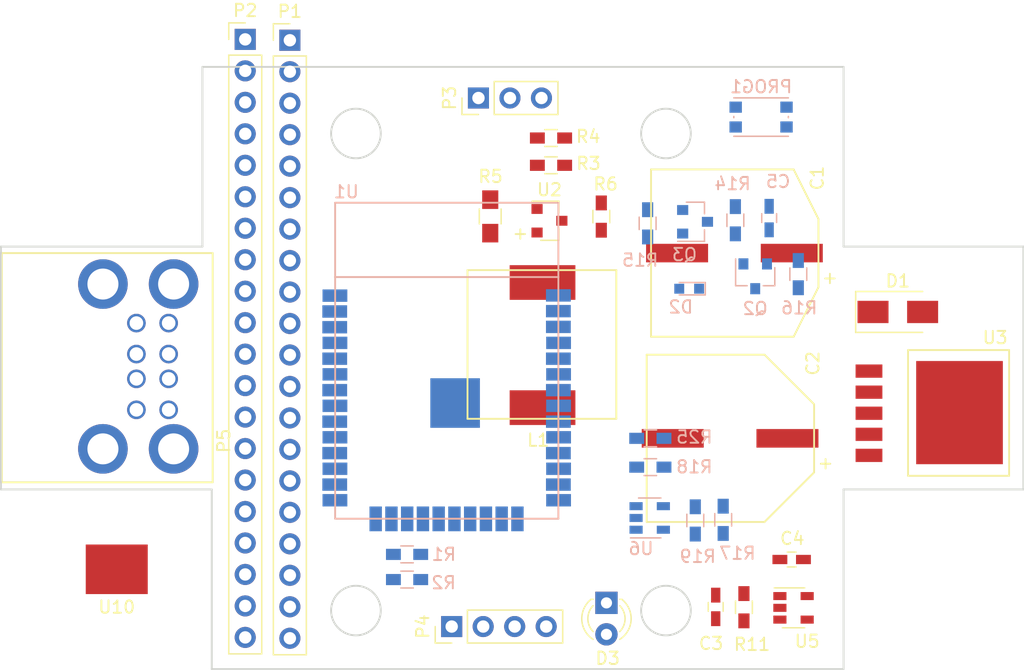
<source format=kicad_pcb>
(kicad_pcb (version 4) (host pcbnew 4.0.6+dfsg1-1)

  (general
    (links 122)
    (no_connects 122)
    (area 102.894999 70.819999 185.495001 119.570001)
    (thickness 1.6)
    (drawings 24)
    (tracks 0)
    (zones 0)
    (modules 37)
    (nets 52)
  )

  (page A4)
  (layers
    (0 F.Cu signal)
    (31 B.Cu signal)
    (32 B.Adhes user)
    (33 F.Adhes user)
    (34 B.Paste user)
    (35 F.Paste user)
    (36 B.SilkS user)
    (37 F.SilkS user)
    (38 B.Mask user)
    (39 F.Mask user)
    (40 Dwgs.User user hide)
    (41 Cmts.User user)
    (42 Eco1.User user)
    (43 Eco2.User user)
    (44 Edge.Cuts user)
    (45 Margin user)
    (46 B.CrtYd user hide)
    (47 F.CrtYd user hide)
    (48 B.Fab user hide)
    (49 F.Fab user hide)
  )

  (setup
    (last_trace_width 0.25)
    (trace_clearance 0.2)
    (zone_clearance 0.508)
    (zone_45_only no)
    (trace_min 0.2)
    (segment_width 0.2)
    (edge_width 0.15)
    (via_size 0.6)
    (via_drill 0.4)
    (via_min_size 0.4)
    (via_min_drill 0.3)
    (uvia_size 0.3)
    (uvia_drill 0.1)
    (uvias_allowed no)
    (uvia_min_size 0.2)
    (uvia_min_drill 0.1)
    (pcb_text_width 0.3)
    (pcb_text_size 1.5 1.5)
    (mod_edge_width 0.15)
    (mod_text_size 1 1)
    (mod_text_width 0.15)
    (pad_size 1.524 1.524)
    (pad_drill 0.762)
    (pad_to_mask_clearance 0.2)
    (aux_axis_origin 0 0)
    (visible_elements FFFFFF7F)
    (pcbplotparams
      (layerselection 0x00030_80000001)
      (usegerberextensions false)
      (excludeedgelayer true)
      (linewidth 0.100000)
      (plotframeref false)
      (viasonmask false)
      (mode 1)
      (useauxorigin false)
      (hpglpennumber 1)
      (hpglpenspeed 20)
      (hpglpendiameter 15)
      (hpglpenoverlay 2)
      (psnegative false)
      (psa4output false)
      (plotreference true)
      (plotvalue true)
      (plotinvisibletext false)
      (padsonsilk false)
      (subtractmaskfromsilk false)
      (outputformat 1)
      (mirror false)
      (drillshape 1)
      (scaleselection 1)
      (outputdirectory ""))
  )

  (net 0 "")
  (net 1 GND)
  (net 2 VIN)
  (net 3 5V)
  (net 4 3V3)
  (net 5 "Net-(C5-Pad2)")
  (net 6 "Net-(D1-Pad1)")
  (net 7 "Net-(D2-Pad1)")
  (net 8 "Net-(D3-Pad1)")
  (net 9 SENSOR_VP)
  (net 10 SENSOR_VN)
  (net 11 IO34)
  (net 12 IO35)
  (net 13 IO32)
  (net 14 IO33)
  (net 15 IO25)
  (net 16 IO26)
  (net 17 IO27)
  (net 18 IO14)
  (net 19 IO12)
  (net 20 IO13)
  (net 21 SD2)
  (net 22 SD3)
  (net 23 CMD)
  (net 24 CLK)
  (net 25 SD0)
  (net 26 SD1)
  (net 27 IO15)
  (net 28 IO2)
  (net 29 IO0)
  (net 30 IO4)
  (net 31 IO16)
  (net 32 IO17)
  (net 33 IO5)
  (net 34 IO18)
  (net 35 IO19)
  (net 36 IO21)
  (net 37 IO22)
  (net 38 IO23)
  (net 39 RXD)
  (net 40 TXD)
  (net 41 "Net-(P5-Pad6)")
  (net 42 "Net-(P5-Pad5)")
  (net 43 "Net-(P5-Pad3)")
  (net 44 "Net-(P5-Pad4)")
  (net 45 EN)
  (net 46 "Net-(Q2-Pad3)")
  (net 47 "Net-(Q3-Pad3)")
  (net 48 BATTERY)
  (net 49 "Net-(R17-Pad1)")
  (net 50 "Net-(U5-Pad4)")
  (net 51 "Net-(P4-Pad3)")

  (net_class Default "This is the default net class."
    (clearance 0.2)
    (trace_width 0.25)
    (via_dia 0.6)
    (via_drill 0.4)
    (uvia_dia 0.3)
    (uvia_drill 0.1)
    (add_net 3V3)
    (add_net 5V)
    (add_net BATTERY)
    (add_net CLK)
    (add_net CMD)
    (add_net EN)
    (add_net GND)
    (add_net IO0)
    (add_net IO12)
    (add_net IO13)
    (add_net IO14)
    (add_net IO15)
    (add_net IO16)
    (add_net IO17)
    (add_net IO18)
    (add_net IO19)
    (add_net IO2)
    (add_net IO21)
    (add_net IO22)
    (add_net IO23)
    (add_net IO25)
    (add_net IO26)
    (add_net IO27)
    (add_net IO32)
    (add_net IO33)
    (add_net IO34)
    (add_net IO35)
    (add_net IO4)
    (add_net IO5)
    (add_net "Net-(C5-Pad2)")
    (add_net "Net-(D1-Pad1)")
    (add_net "Net-(D2-Pad1)")
    (add_net "Net-(D3-Pad1)")
    (add_net "Net-(P4-Pad3)")
    (add_net "Net-(P5-Pad3)")
    (add_net "Net-(P5-Pad4)")
    (add_net "Net-(P5-Pad5)")
    (add_net "Net-(P5-Pad6)")
    (add_net "Net-(Q2-Pad3)")
    (add_net "Net-(Q3-Pad3)")
    (add_net "Net-(R17-Pad1)")
    (add_net "Net-(U5-Pad4)")
    (add_net RXD)
    (add_net SD0)
    (add_net SD1)
    (add_net SD2)
    (add_net SD3)
    (add_net SENSOR_VN)
    (add_net SENSOR_VP)
    (add_net TXD)
    (add_net VIN)
  )

  (module footprints:smd-cap-13.5 (layer F.Cu) (tedit 5968F34E) (tstamp 59745718)
    (at 164.545 97.12 270)
    (path /5936D89B/5968D146)
    (fp_text reference C2 (at -2.3 -3.9 270) (layer F.SilkS)
      (effects (font (size 1 1) (thickness 0.15)))
    )
    (fp_text value 1000uF (at 3.4 11.4 270) (layer F.Fab)
      (effects (font (size 1 1) (thickness 0.15)))
    )
    (fp_text user + (at 5.8 -4.85 270) (layer F.SilkS)
      (effects (font (size 1 1) (thickness 0.15)))
    )
    (fp_line (start 1 -4) (end -3 0) (layer F.SilkS) (width 0.15))
    (fp_line (start 6.5 -4) (end 1 -4) (layer F.SilkS) (width 0.15))
    (fp_line (start 10.5 0) (end 6.5 -4) (layer F.SilkS) (width 0.15))
    (fp_line (start -3 9.5) (end -3 0) (layer F.SilkS) (width 0.15))
    (fp_line (start 10.5 9.5) (end -3 9.5) (layer F.SilkS) (width 0.15))
    (fp_line (start 10.5 0) (end 10.5 9.5) (layer F.SilkS) (width 0.15))
    (pad 2 smd rect (at 3.75 7.4) (size 5 1.5) (layers F.Cu F.Paste F.Mask)
      (net 1 GND))
    (pad 1 smd rect (at 3.75 -1.85) (size 5 1.5) (layers F.Cu F.Paste F.Mask)
      (net 3 5V))
  )

  (module Capacitors_SMD:C_0603_HandSoldering (layer F.Cu) (tedit 58AA848B) (tstamp 5974571E)
    (at 160.61 114.475 90)
    (descr "Capacitor SMD 0603, hand soldering")
    (tags "capacitor 0603")
    (path /5936D89B/5909DD64)
    (attr smd)
    (fp_text reference C3 (at -2.95 -0.375 180) (layer F.SilkS)
      (effects (font (size 1 1) (thickness 0.15)))
    )
    (fp_text value 1uF (at 0 1.5 90) (layer F.Fab)
      (effects (font (size 1 1) (thickness 0.15)))
    )
    (fp_text user %R (at 0 -1.25 90) (layer F.Fab)
      (effects (font (size 1 1) (thickness 0.15)))
    )
    (fp_line (start -0.8 0.4) (end -0.8 -0.4) (layer F.Fab) (width 0.1))
    (fp_line (start 0.8 0.4) (end -0.8 0.4) (layer F.Fab) (width 0.1))
    (fp_line (start 0.8 -0.4) (end 0.8 0.4) (layer F.Fab) (width 0.1))
    (fp_line (start -0.8 -0.4) (end 0.8 -0.4) (layer F.Fab) (width 0.1))
    (fp_line (start -0.35 -0.6) (end 0.35 -0.6) (layer F.SilkS) (width 0.12))
    (fp_line (start 0.35 0.6) (end -0.35 0.6) (layer F.SilkS) (width 0.12))
    (fp_line (start -1.8 -0.65) (end 1.8 -0.65) (layer F.CrtYd) (width 0.05))
    (fp_line (start -1.8 -0.65) (end -1.8 0.65) (layer F.CrtYd) (width 0.05))
    (fp_line (start 1.8 0.65) (end 1.8 -0.65) (layer F.CrtYd) (width 0.05))
    (fp_line (start 1.8 0.65) (end -1.8 0.65) (layer F.CrtYd) (width 0.05))
    (pad 1 smd rect (at -0.95 0 90) (size 1.2 0.75) (layers F.Cu F.Paste F.Mask)
      (net 3 5V))
    (pad 2 smd rect (at 0.95 0 90) (size 1.2 0.75) (layers F.Cu F.Paste F.Mask)
      (net 1 GND))
    (model Capacitors_SMD.3dshapes/C_0603.wrl
      (at (xyz 0 0 0))
      (scale (xyz 1 1 1))
      (rotate (xyz 0 0 0))
    )
  )

  (module Capacitors_SMD:C_0603_HandSoldering (layer F.Cu) (tedit 58AA848B) (tstamp 59745724)
    (at 166.735 110.65 180)
    (descr "Capacitor SMD 0603, hand soldering")
    (tags "capacitor 0603")
    (path /5936D89B/5909DD72)
    (attr smd)
    (fp_text reference C4 (at -0.05 1.7 180) (layer F.SilkS)
      (effects (font (size 1 1) (thickness 0.15)))
    )
    (fp_text value 1uF (at 0 1.5 180) (layer F.Fab)
      (effects (font (size 1 1) (thickness 0.15)))
    )
    (fp_text user %R (at 0 -1.25 180) (layer F.Fab)
      (effects (font (size 1 1) (thickness 0.15)))
    )
    (fp_line (start -0.8 0.4) (end -0.8 -0.4) (layer F.Fab) (width 0.1))
    (fp_line (start 0.8 0.4) (end -0.8 0.4) (layer F.Fab) (width 0.1))
    (fp_line (start 0.8 -0.4) (end 0.8 0.4) (layer F.Fab) (width 0.1))
    (fp_line (start -0.8 -0.4) (end 0.8 -0.4) (layer F.Fab) (width 0.1))
    (fp_line (start -0.35 -0.6) (end 0.35 -0.6) (layer F.SilkS) (width 0.12))
    (fp_line (start 0.35 0.6) (end -0.35 0.6) (layer F.SilkS) (width 0.12))
    (fp_line (start -1.8 -0.65) (end 1.8 -0.65) (layer F.CrtYd) (width 0.05))
    (fp_line (start -1.8 -0.65) (end -1.8 0.65) (layer F.CrtYd) (width 0.05))
    (fp_line (start 1.8 0.65) (end 1.8 -0.65) (layer F.CrtYd) (width 0.05))
    (fp_line (start 1.8 0.65) (end -1.8 0.65) (layer F.CrtYd) (width 0.05))
    (pad 1 smd rect (at -0.95 0 180) (size 1.2 0.75) (layers F.Cu F.Paste F.Mask)
      (net 4 3V3))
    (pad 2 smd rect (at 0.95 0 180) (size 1.2 0.75) (layers F.Cu F.Paste F.Mask)
      (net 1 GND))
    (model Capacitors_SMD.3dshapes/C_0603.wrl
      (at (xyz 0 0 0))
      (scale (xyz 1 1 1))
      (rotate (xyz 0 0 0))
    )
  )

  (module Capacitors_SMD:C_0603_HandSoldering (layer B.Cu) (tedit 58AA848B) (tstamp 5974572A)
    (at 164.92 83.095 270)
    (descr "Capacitor SMD 0603, hand soldering")
    (tags "capacitor 0603")
    (path /5936D8F6/59092D23)
    (attr smd)
    (fp_text reference C5 (at -2.95 -0.725 540) (layer B.SilkS)
      (effects (font (size 1 1) (thickness 0.15)) (justify mirror))
    )
    (fp_text value 4.7uF (at 0 -1.5 270) (layer B.Fab)
      (effects (font (size 1 1) (thickness 0.15)) (justify mirror))
    )
    (fp_text user %R (at 0 1.25 270) (layer B.Fab)
      (effects (font (size 1 1) (thickness 0.15)) (justify mirror))
    )
    (fp_line (start -0.8 -0.4) (end -0.8 0.4) (layer B.Fab) (width 0.1))
    (fp_line (start 0.8 -0.4) (end -0.8 -0.4) (layer B.Fab) (width 0.1))
    (fp_line (start 0.8 0.4) (end 0.8 -0.4) (layer B.Fab) (width 0.1))
    (fp_line (start -0.8 0.4) (end 0.8 0.4) (layer B.Fab) (width 0.1))
    (fp_line (start -0.35 0.6) (end 0.35 0.6) (layer B.SilkS) (width 0.12))
    (fp_line (start 0.35 -0.6) (end -0.35 -0.6) (layer B.SilkS) (width 0.12))
    (fp_line (start -1.8 0.65) (end 1.8 0.65) (layer B.CrtYd) (width 0.05))
    (fp_line (start -1.8 0.65) (end -1.8 -0.65) (layer B.CrtYd) (width 0.05))
    (fp_line (start 1.8 -0.65) (end 1.8 0.65) (layer B.CrtYd) (width 0.05))
    (fp_line (start 1.8 -0.65) (end -1.8 -0.65) (layer B.CrtYd) (width 0.05))
    (pad 1 smd rect (at -0.95 0 270) (size 1.2 0.75) (layers B.Cu B.Paste B.Mask)
      (net 1 GND))
    (pad 2 smd rect (at 0.95 0 270) (size 1.2 0.75) (layers B.Cu B.Paste B.Mask)
      (net 5 "Net-(C5-Pad2)"))
    (model Capacitors_SMD.3dshapes/C_0603.wrl
      (at (xyz 0 0 0))
      (scale (xyz 1 1 1))
      (rotate (xyz 0 0 0))
    )
  )

  (module Diodes_SMD:D_SMA (layer F.Cu) (tedit 586432E5) (tstamp 59745742)
    (at 175.295 90.67)
    (descr "Diode SMA (DO-214AC)")
    (tags "Diode SMA (DO-214AC)")
    (path /5936D89B/59690FC6)
    (attr smd)
    (fp_text reference D1 (at 0 -2.5) (layer F.SilkS)
      (effects (font (size 1 1) (thickness 0.15)))
    )
    (fp_text value D_Schottky (at 0 2.6) (layer F.Fab)
      (effects (font (size 1 1) (thickness 0.15)))
    )
    (fp_text user %R (at 0 -2.5) (layer F.Fab)
      (effects (font (size 1 1) (thickness 0.15)))
    )
    (fp_line (start -3.4 -1.65) (end -3.4 1.65) (layer F.SilkS) (width 0.12))
    (fp_line (start 2.3 1.5) (end -2.3 1.5) (layer F.Fab) (width 0.1))
    (fp_line (start -2.3 1.5) (end -2.3 -1.5) (layer F.Fab) (width 0.1))
    (fp_line (start 2.3 -1.5) (end 2.3 1.5) (layer F.Fab) (width 0.1))
    (fp_line (start 2.3 -1.5) (end -2.3 -1.5) (layer F.Fab) (width 0.1))
    (fp_line (start -3.5 -1.75) (end 3.5 -1.75) (layer F.CrtYd) (width 0.05))
    (fp_line (start 3.5 -1.75) (end 3.5 1.75) (layer F.CrtYd) (width 0.05))
    (fp_line (start 3.5 1.75) (end -3.5 1.75) (layer F.CrtYd) (width 0.05))
    (fp_line (start -3.5 1.75) (end -3.5 -1.75) (layer F.CrtYd) (width 0.05))
    (fp_line (start -0.64944 0.00102) (end -1.55114 0.00102) (layer F.Fab) (width 0.1))
    (fp_line (start 0.50118 0.00102) (end 1.4994 0.00102) (layer F.Fab) (width 0.1))
    (fp_line (start -0.64944 -0.79908) (end -0.64944 0.80112) (layer F.Fab) (width 0.1))
    (fp_line (start 0.50118 0.75032) (end 0.50118 -0.79908) (layer F.Fab) (width 0.1))
    (fp_line (start -0.64944 0.00102) (end 0.50118 0.75032) (layer F.Fab) (width 0.1))
    (fp_line (start -0.64944 0.00102) (end 0.50118 -0.79908) (layer F.Fab) (width 0.1))
    (fp_line (start -3.4 1.65) (end 2 1.65) (layer F.SilkS) (width 0.12))
    (fp_line (start -3.4 -1.65) (end 2 -1.65) (layer F.SilkS) (width 0.12))
    (pad 1 smd rect (at -2 0) (size 2.5 1.8) (layers F.Cu F.Paste F.Mask)
      (net 6 "Net-(D1-Pad1)"))
    (pad 2 smd rect (at 2 0) (size 2.5 1.8) (layers F.Cu F.Paste F.Mask)
      (net 1 GND))
    (model ${KISYS3DMOD}/Diodes_SMD.3dshapes/D_SMA.wrl
      (at (xyz 0 0 0))
      (scale (xyz 1 1 1))
      (rotate (xyz 0 0 0))
    )
  )

  (module LEDs:LED_0603 (layer B.Cu) (tedit 57FE93A5) (tstamp 59745748)
    (at 158.47 88.795 180)
    (descr "LED 0603 smd package")
    (tags "LED led 0603 SMD smd SMT smt smdled SMDLED smtled SMTLED")
    (path /5936D8F6/59092D24)
    (attr smd)
    (fp_text reference D2 (at 0.675 -1.475 180) (layer B.SilkS)
      (effects (font (size 1 1) (thickness 0.15)) (justify mirror))
    )
    (fp_text value LED (at 0 -1.35 180) (layer B.Fab)
      (effects (font (size 1 1) (thickness 0.15)) (justify mirror))
    )
    (fp_line (start -1.3 0.5) (end -1.3 -0.5) (layer B.SilkS) (width 0.12))
    (fp_line (start -0.2 0.2) (end -0.2 -0.2) (layer B.Fab) (width 0.1))
    (fp_line (start -0.15 0) (end 0.15 0.2) (layer B.Fab) (width 0.1))
    (fp_line (start 0.15 -0.2) (end -0.15 0) (layer B.Fab) (width 0.1))
    (fp_line (start 0.15 0.2) (end 0.15 -0.2) (layer B.Fab) (width 0.1))
    (fp_line (start 0.8 -0.4) (end -0.8 -0.4) (layer B.Fab) (width 0.1))
    (fp_line (start 0.8 0.4) (end 0.8 -0.4) (layer B.Fab) (width 0.1))
    (fp_line (start -0.8 0.4) (end 0.8 0.4) (layer B.Fab) (width 0.1))
    (fp_line (start -0.8 -0.4) (end -0.8 0.4) (layer B.Fab) (width 0.1))
    (fp_line (start -1.3 -0.5) (end 0.8 -0.5) (layer B.SilkS) (width 0.12))
    (fp_line (start -1.3 0.5) (end 0.8 0.5) (layer B.SilkS) (width 0.12))
    (fp_line (start 1.45 0.65) (end 1.45 -0.65) (layer B.CrtYd) (width 0.05))
    (fp_line (start 1.45 -0.65) (end -1.45 -0.65) (layer B.CrtYd) (width 0.05))
    (fp_line (start -1.45 -0.65) (end -1.45 0.65) (layer B.CrtYd) (width 0.05))
    (fp_line (start -1.45 0.65) (end 1.45 0.65) (layer B.CrtYd) (width 0.05))
    (pad 2 smd rect (at 0.8 0) (size 0.8 0.8) (layers B.Cu B.Paste B.Mask)
      (net 3 5V))
    (pad 1 smd rect (at -0.8 0) (size 0.8 0.8) (layers B.Cu B.Paste B.Mask)
      (net 7 "Net-(D2-Pad1)"))
    (model ${KISYS3DMOD}/LEDs.3dshapes/LED_0603.wrl
      (at (xyz 0 0 0))
      (scale (xyz 1 1 1))
      (rotate (xyz 0 0 180))
    )
  )

  (module LEDs:LED_D3.0mm (layer F.Cu) (tedit 587A3A7B) (tstamp 5974574E)
    (at 151.8 114.15 270)
    (descr "LED, diameter 3.0mm, 2 pins")
    (tags "LED diameter 3.0mm 2 pins")
    (path /5936D7EA/590B85F8)
    (fp_text reference D3 (at 4.475 -0.1 360) (layer F.SilkS)
      (effects (font (size 1 1) (thickness 0.15)))
    )
    (fp_text value LED (at 1.27 2.96 270) (layer F.Fab)
      (effects (font (size 1 1) (thickness 0.15)))
    )
    (fp_arc (start 1.27 0) (end -0.23 -1.16619) (angle 284.3) (layer F.Fab) (width 0.1))
    (fp_arc (start 1.27 0) (end -0.29 -1.235516) (angle 108.8) (layer F.SilkS) (width 0.12))
    (fp_arc (start 1.27 0) (end -0.29 1.235516) (angle -108.8) (layer F.SilkS) (width 0.12))
    (fp_arc (start 1.27 0) (end 0.229039 -1.08) (angle 87.9) (layer F.SilkS) (width 0.12))
    (fp_arc (start 1.27 0) (end 0.229039 1.08) (angle -87.9) (layer F.SilkS) (width 0.12))
    (fp_circle (center 1.27 0) (end 2.77 0) (layer F.Fab) (width 0.1))
    (fp_line (start -0.23 -1.16619) (end -0.23 1.16619) (layer F.Fab) (width 0.1))
    (fp_line (start -0.29 -1.236) (end -0.29 -1.08) (layer F.SilkS) (width 0.12))
    (fp_line (start -0.29 1.08) (end -0.29 1.236) (layer F.SilkS) (width 0.12))
    (fp_line (start -1.15 -2.25) (end -1.15 2.25) (layer F.CrtYd) (width 0.05))
    (fp_line (start -1.15 2.25) (end 3.7 2.25) (layer F.CrtYd) (width 0.05))
    (fp_line (start 3.7 2.25) (end 3.7 -2.25) (layer F.CrtYd) (width 0.05))
    (fp_line (start 3.7 -2.25) (end -1.15 -2.25) (layer F.CrtYd) (width 0.05))
    (pad 1 thru_hole rect (at 0 0 270) (size 1.8 1.8) (drill 0.9) (layers *.Cu *.Mask)
      (net 8 "Net-(D3-Pad1)"))
    (pad 2 thru_hole circle (at 2.54 0 270) (size 1.8 1.8) (drill 0.9) (layers *.Cu *.Mask)
      (net 1 GND))
    (model ${KISYS3DMOD}/LEDs.3dshapes/LED_D3.0mm.wrl
      (at (xyz 0 0 0))
      (scale (xyz 0.393701 0.393701 0.393701))
      (rotate (xyz 0 0 0))
    )
  )

  (module Pin_Headers:Pin_Header_Straight_1x20_Pitch2.54mm (layer F.Cu) (tedit 59650532) (tstamp 5974576C)
    (at 126.27 68.745)
    (descr "Through hole straight pin header, 1x20, 2.54mm pitch, single row")
    (tags "Through hole pin header THT 1x20 2.54mm single row")
    (path /5936D792/590979B1)
    (fp_text reference P1 (at 0 -2.33) (layer F.SilkS)
      (effects (font (size 1 1) (thickness 0.15)))
    )
    (fp_text value CONN_01X20 (at 0 50.59) (layer F.Fab)
      (effects (font (size 1 1) (thickness 0.15)))
    )
    (fp_line (start -0.635 -1.27) (end 1.27 -1.27) (layer F.Fab) (width 0.1))
    (fp_line (start 1.27 -1.27) (end 1.27 49.53) (layer F.Fab) (width 0.1))
    (fp_line (start 1.27 49.53) (end -1.27 49.53) (layer F.Fab) (width 0.1))
    (fp_line (start -1.27 49.53) (end -1.27 -0.635) (layer F.Fab) (width 0.1))
    (fp_line (start -1.27 -0.635) (end -0.635 -1.27) (layer F.Fab) (width 0.1))
    (fp_line (start -1.33 49.59) (end 1.33 49.59) (layer F.SilkS) (width 0.12))
    (fp_line (start -1.33 1.27) (end -1.33 49.59) (layer F.SilkS) (width 0.12))
    (fp_line (start 1.33 1.27) (end 1.33 49.59) (layer F.SilkS) (width 0.12))
    (fp_line (start -1.33 1.27) (end 1.33 1.27) (layer F.SilkS) (width 0.12))
    (fp_line (start -1.33 0) (end -1.33 -1.33) (layer F.SilkS) (width 0.12))
    (fp_line (start -1.33 -1.33) (end 0 -1.33) (layer F.SilkS) (width 0.12))
    (fp_line (start -1.8 -1.8) (end -1.8 50.05) (layer F.CrtYd) (width 0.05))
    (fp_line (start -1.8 50.05) (end 1.8 50.05) (layer F.CrtYd) (width 0.05))
    (fp_line (start 1.8 50.05) (end 1.8 -1.8) (layer F.CrtYd) (width 0.05))
    (fp_line (start 1.8 -1.8) (end -1.8 -1.8) (layer F.CrtYd) (width 0.05))
    (fp_text user %R (at 0 24.13 90) (layer F.Fab)
      (effects (font (size 1 1) (thickness 0.15)))
    )
    (pad 1 thru_hole rect (at 0 0) (size 1.7 1.7) (drill 1) (layers *.Cu *.Mask)
      (net 1 GND))
    (pad 2 thru_hole oval (at 0 2.54) (size 1.7 1.7) (drill 1) (layers *.Cu *.Mask)
      (net 1 GND))
    (pad 3 thru_hole oval (at 0 5.08) (size 1.7 1.7) (drill 1) (layers *.Cu *.Mask)
      (net 4 3V3))
    (pad 4 thru_hole oval (at 0 7.62) (size 1.7 1.7) (drill 1) (layers *.Cu *.Mask)
      (net 4 3V3))
    (pad 5 thru_hole oval (at 0 10.16) (size 1.7 1.7) (drill 1) (layers *.Cu *.Mask)
      (net 9 SENSOR_VP))
    (pad 6 thru_hole oval (at 0 12.7) (size 1.7 1.7) (drill 1) (layers *.Cu *.Mask)
      (net 10 SENSOR_VN))
    (pad 7 thru_hole oval (at 0 15.24) (size 1.7 1.7) (drill 1) (layers *.Cu *.Mask)
      (net 11 IO34))
    (pad 8 thru_hole oval (at 0 17.78) (size 1.7 1.7) (drill 1) (layers *.Cu *.Mask)
      (net 12 IO35))
    (pad 9 thru_hole oval (at 0 20.32) (size 1.7 1.7) (drill 1) (layers *.Cu *.Mask)
      (net 13 IO32))
    (pad 10 thru_hole oval (at 0 22.86) (size 1.7 1.7) (drill 1) (layers *.Cu *.Mask)
      (net 14 IO33))
    (pad 11 thru_hole oval (at 0 25.4) (size 1.7 1.7) (drill 1) (layers *.Cu *.Mask)
      (net 15 IO25))
    (pad 12 thru_hole oval (at 0 27.94) (size 1.7 1.7) (drill 1) (layers *.Cu *.Mask)
      (net 16 IO26))
    (pad 13 thru_hole oval (at 0 30.48) (size 1.7 1.7) (drill 1) (layers *.Cu *.Mask)
      (net 17 IO27))
    (pad 14 thru_hole oval (at 0 33.02) (size 1.7 1.7) (drill 1) (layers *.Cu *.Mask)
      (net 18 IO14))
    (pad 15 thru_hole oval (at 0 35.56) (size 1.7 1.7) (drill 1) (layers *.Cu *.Mask)
      (net 19 IO12))
    (pad 16 thru_hole oval (at 0 38.1) (size 1.7 1.7) (drill 1) (layers *.Cu *.Mask)
      (net 20 IO13))
    (pad 17 thru_hole oval (at 0 40.64) (size 1.7 1.7) (drill 1) (layers *.Cu *.Mask)
      (net 21 SD2))
    (pad 18 thru_hole oval (at 0 43.18) (size 1.7 1.7) (drill 1) (layers *.Cu *.Mask)
      (net 22 SD3))
    (pad 19 thru_hole oval (at 0 45.72) (size 1.7 1.7) (drill 1) (layers *.Cu *.Mask)
      (net 23 CMD))
    (pad 20 thru_hole oval (at 0 48.26) (size 1.7 1.7) (drill 1) (layers *.Cu *.Mask)
      (net 24 CLK))
    (model ${KISYS3DMOD}/Pin_Headers.3dshapes/Pin_Header_Straight_1x20_Pitch2.54mm.wrl
      (at (xyz 0 0 0))
      (scale (xyz 1 1 1))
      (rotate (xyz 0 0 0))
    )
  )

  (module Pin_Headers:Pin_Header_Straight_1x20_Pitch2.54mm (layer F.Cu) (tedit 59650532) (tstamp 59745784)
    (at 122.67 68.675)
    (descr "Through hole straight pin header, 1x20, 2.54mm pitch, single row")
    (tags "Through hole pin header THT 1x20 2.54mm single row")
    (path /5936D792/590979B3)
    (fp_text reference P2 (at 0 -2.33) (layer F.SilkS)
      (effects (font (size 1 1) (thickness 0.15)))
    )
    (fp_text value CONN_01X20 (at 0 50.59) (layer F.Fab)
      (effects (font (size 1 1) (thickness 0.15)))
    )
    (fp_line (start -0.635 -1.27) (end 1.27 -1.27) (layer F.Fab) (width 0.1))
    (fp_line (start 1.27 -1.27) (end 1.27 49.53) (layer F.Fab) (width 0.1))
    (fp_line (start 1.27 49.53) (end -1.27 49.53) (layer F.Fab) (width 0.1))
    (fp_line (start -1.27 49.53) (end -1.27 -0.635) (layer F.Fab) (width 0.1))
    (fp_line (start -1.27 -0.635) (end -0.635 -1.27) (layer F.Fab) (width 0.1))
    (fp_line (start -1.33 49.59) (end 1.33 49.59) (layer F.SilkS) (width 0.12))
    (fp_line (start -1.33 1.27) (end -1.33 49.59) (layer F.SilkS) (width 0.12))
    (fp_line (start 1.33 1.27) (end 1.33 49.59) (layer F.SilkS) (width 0.12))
    (fp_line (start -1.33 1.27) (end 1.33 1.27) (layer F.SilkS) (width 0.12))
    (fp_line (start -1.33 0) (end -1.33 -1.33) (layer F.SilkS) (width 0.12))
    (fp_line (start -1.33 -1.33) (end 0 -1.33) (layer F.SilkS) (width 0.12))
    (fp_line (start -1.8 -1.8) (end -1.8 50.05) (layer F.CrtYd) (width 0.05))
    (fp_line (start -1.8 50.05) (end 1.8 50.05) (layer F.CrtYd) (width 0.05))
    (fp_line (start 1.8 50.05) (end 1.8 -1.8) (layer F.CrtYd) (width 0.05))
    (fp_line (start 1.8 -1.8) (end -1.8 -1.8) (layer F.CrtYd) (width 0.05))
    (fp_text user %R (at 0 24.13 90) (layer F.Fab)
      (effects (font (size 1 1) (thickness 0.15)))
    )
    (pad 1 thru_hole rect (at 0 0) (size 1.7 1.7) (drill 1) (layers *.Cu *.Mask)
      (net 25 SD0))
    (pad 2 thru_hole oval (at 0 2.54) (size 1.7 1.7) (drill 1) (layers *.Cu *.Mask)
      (net 26 SD1))
    (pad 3 thru_hole oval (at 0 5.08) (size 1.7 1.7) (drill 1) (layers *.Cu *.Mask)
      (net 27 IO15))
    (pad 4 thru_hole oval (at 0 7.62) (size 1.7 1.7) (drill 1) (layers *.Cu *.Mask)
      (net 28 IO2))
    (pad 5 thru_hole oval (at 0 10.16) (size 1.7 1.7) (drill 1) (layers *.Cu *.Mask)
      (net 29 IO0))
    (pad 6 thru_hole oval (at 0 12.7) (size 1.7 1.7) (drill 1) (layers *.Cu *.Mask)
      (net 30 IO4))
    (pad 7 thru_hole oval (at 0 15.24) (size 1.7 1.7) (drill 1) (layers *.Cu *.Mask)
      (net 31 IO16))
    (pad 8 thru_hole oval (at 0 17.78) (size 1.7 1.7) (drill 1) (layers *.Cu *.Mask)
      (net 32 IO17))
    (pad 9 thru_hole oval (at 0 20.32) (size 1.7 1.7) (drill 1) (layers *.Cu *.Mask)
      (net 33 IO5))
    (pad 10 thru_hole oval (at 0 22.86) (size 1.7 1.7) (drill 1) (layers *.Cu *.Mask)
      (net 34 IO18))
    (pad 11 thru_hole oval (at 0 25.4) (size 1.7 1.7) (drill 1) (layers *.Cu *.Mask)
      (net 35 IO19))
    (pad 12 thru_hole oval (at 0 27.94) (size 1.7 1.7) (drill 1) (layers *.Cu *.Mask)
      (net 36 IO21))
    (pad 13 thru_hole oval (at 0 30.48) (size 1.7 1.7) (drill 1) (layers *.Cu *.Mask)
      (net 37 IO22))
    (pad 14 thru_hole oval (at 0 33.02) (size 1.7 1.7) (drill 1) (layers *.Cu *.Mask)
      (net 38 IO23))
    (pad 15 thru_hole oval (at 0 35.56) (size 1.7 1.7) (drill 1) (layers *.Cu *.Mask)
      (net 39 RXD))
    (pad 16 thru_hole oval (at 0 38.1) (size 1.7 1.7) (drill 1) (layers *.Cu *.Mask)
      (net 40 TXD))
    (pad 17 thru_hole oval (at 0 40.64) (size 1.7 1.7) (drill 1) (layers *.Cu *.Mask)
      (net 3 5V))
    (pad 18 thru_hole oval (at 0 43.18) (size 1.7 1.7) (drill 1) (layers *.Cu *.Mask)
      (net 3 5V))
    (pad 19 thru_hole oval (at 0 45.72) (size 1.7 1.7) (drill 1) (layers *.Cu *.Mask)
      (net 1 GND))
    (pad 20 thru_hole oval (at 0 48.26) (size 1.7 1.7) (drill 1) (layers *.Cu *.Mask)
      (net 1 GND))
    (model ${KISYS3DMOD}/Pin_Headers.3dshapes/Pin_Header_Straight_1x20_Pitch2.54mm.wrl
      (at (xyz 0 0 0))
      (scale (xyz 1 1 1))
      (rotate (xyz 0 0 0))
    )
  )

  (module Pin_Headers:Pin_Header_Straight_1x03_Pitch2.54mm (layer F.Cu) (tedit 59650532) (tstamp 5974578B)
    (at 141.478 73.406 90)
    (descr "Through hole straight pin header, 1x03, 2.54mm pitch, single row")
    (tags "Through hole pin header THT 1x03 2.54mm single row")
    (path /5936D7EA/59098B14)
    (fp_text reference P3 (at 0 -2.33 90) (layer F.SilkS)
      (effects (font (size 1 1) (thickness 0.15)))
    )
    (fp_text value CONN_01X03 (at 0 7.41 90) (layer F.Fab)
      (effects (font (size 1 1) (thickness 0.15)))
    )
    (fp_line (start -0.635 -1.27) (end 1.27 -1.27) (layer F.Fab) (width 0.1))
    (fp_line (start 1.27 -1.27) (end 1.27 6.35) (layer F.Fab) (width 0.1))
    (fp_line (start 1.27 6.35) (end -1.27 6.35) (layer F.Fab) (width 0.1))
    (fp_line (start -1.27 6.35) (end -1.27 -0.635) (layer F.Fab) (width 0.1))
    (fp_line (start -1.27 -0.635) (end -0.635 -1.27) (layer F.Fab) (width 0.1))
    (fp_line (start -1.33 6.41) (end 1.33 6.41) (layer F.SilkS) (width 0.12))
    (fp_line (start -1.33 1.27) (end -1.33 6.41) (layer F.SilkS) (width 0.12))
    (fp_line (start 1.33 1.27) (end 1.33 6.41) (layer F.SilkS) (width 0.12))
    (fp_line (start -1.33 1.27) (end 1.33 1.27) (layer F.SilkS) (width 0.12))
    (fp_line (start -1.33 0) (end -1.33 -1.33) (layer F.SilkS) (width 0.12))
    (fp_line (start -1.33 -1.33) (end 0 -1.33) (layer F.SilkS) (width 0.12))
    (fp_line (start -1.8 -1.8) (end -1.8 6.85) (layer F.CrtYd) (width 0.05))
    (fp_line (start -1.8 6.85) (end 1.8 6.85) (layer F.CrtYd) (width 0.05))
    (fp_line (start 1.8 6.85) (end 1.8 -1.8) (layer F.CrtYd) (width 0.05))
    (fp_line (start 1.8 -1.8) (end -1.8 -1.8) (layer F.CrtYd) (width 0.05))
    (fp_text user %R (at 0 2.54 180) (layer F.Fab)
      (effects (font (size 1 1) (thickness 0.15)))
    )
    (pad 1 thru_hole rect (at 0 0 90) (size 1.7 1.7) (drill 1) (layers *.Cu *.Mask)
      (net 1 GND))
    (pad 2 thru_hole oval (at 0 2.54 90) (size 1.7 1.7) (drill 1) (layers *.Cu *.Mask)
      (net 31 IO16))
    (pad 3 thru_hole oval (at 0 5.08 90) (size 1.7 1.7) (drill 1) (layers *.Cu *.Mask)
      (net 3 5V))
    (model ${KISYS3DMOD}/Pin_Headers.3dshapes/Pin_Header_Straight_1x03_Pitch2.54mm.wrl
      (at (xyz 0 0 0))
      (scale (xyz 1 1 1))
      (rotate (xyz 0 0 0))
    )
  )

  (module footprints:USB_A_2 (layer F.Cu) (tedit 59692E4E) (tstamp 5974579F)
    (at 108.045 90.92 270)
    (path /5936D8F6/59693837)
    (fp_text reference P5 (at 10.15 -12.9 270) (layer F.SilkS)
      (effects (font (size 1 1) (thickness 0.15)))
    )
    (fp_text value USB_A_2 (at 1.2 -13.05 270) (layer F.Fab)
      (effects (font (size 1 1) (thickness 0.15)))
    )
    (fp_line (start 13.5 5) (end 13.5 -12) (layer F.SilkS) (width 0.15))
    (fp_line (start -5 5) (end 13.5 5) (layer F.SilkS) (width 0.15))
    (fp_line (start -5 -12) (end -5 5) (layer F.SilkS) (width 0.15))
    (fp_line (start 13.5 -12) (end -5 -12) (layer F.SilkS) (width 0.15))
    (pad 7 thru_hole circle (at 10.8 -8.85 270) (size 4 4) (drill 2.5) (layers *.Cu *.Mask)
      (net 1 GND))
    (pad 7 thru_hole circle (at 10.8 -3.15 270) (size 4 4) (drill 2.5) (layers *.Cu *.Mask)
      (net 1 GND))
    (pad 7 thru_hole circle (at -2.5 -8.85 270) (size 4 4) (drill 2.5) (layers *.Cu *.Mask)
      (net 1 GND))
    (pad 7 thru_hole circle (at -2.5 -3.15 270) (size 4 4) (drill 2.5) (layers *.Cu *.Mask)
      (net 1 GND))
    (pad 1 thru_hole circle (at 0.65 -5.85 270) (size 1.5 1.5) (drill 1.1) (layers *.Cu *.Mask)
      (net 1 GND))
    (pad 6 thru_hole circle (at 3.15 -5.85 270) (size 1.5 1.5) (drill 1.1) (layers *.Cu *.Mask)
      (net 41 "Net-(P5-Pad6)"))
    (pad 2 thru_hole circle (at 7.65 -5.85 270) (size 1.5 1.5) (drill 1.1) (layers *.Cu *.Mask)
      (net 3 5V))
    (pad 5 thru_hole circle (at 5.15 -5.85 270) (size 1.5 1.5) (drill 1.1) (layers *.Cu *.Mask)
      (net 42 "Net-(P5-Pad5)"))
    (pad 2 thru_hole circle (at 7.65 -8.45 270) (size 1.5 1.5) (drill 1.1) (layers *.Cu *.Mask)
      (net 3 5V))
    (pad 3 thru_hole circle (at 5.15 -8.45 270) (size 1.5 1.5) (drill 1.1) (layers *.Cu *.Mask)
      (net 43 "Net-(P5-Pad3)"))
    (pad 4 thru_hole circle (at 3.15 -8.45 270) (size 1.5 1.5) (drill 1.1) (layers *.Cu *.Mask)
      (net 44 "Net-(P5-Pad4)"))
    (pad 1 thru_hole circle (at 0.65 -8.45 270) (size 1.5 1.5) (drill 1.1) (layers *.Cu *.Mask)
      (net 1 GND))
  )

  (module Buttons_Switches_SMD:SW_SPST_KMR2 (layer B.Cu) (tedit 587249FD) (tstamp 597457A7)
    (at 164.27 74.945 180)
    (descr "CK components KMR2 tactile switch http://www.ckswitches.com/media/1479/kmr2.pdf")
    (tags "tactile switch kmr2")
    (path /5936D8F6/59092D1B)
    (attr smd)
    (fp_text reference PROG1 (at 0 2.45 180) (layer B.SilkS)
      (effects (font (size 1 1) (thickness 0.15)) (justify mirror))
    )
    (fp_text value SW_PUSH (at 0 -2.55 180) (layer B.Fab)
      (effects (font (size 1 1) (thickness 0.15)) (justify mirror))
    )
    (fp_text user %R (at 0 2.45 180) (layer B.Fab)
      (effects (font (size 1 1) (thickness 0.15)) (justify mirror))
    )
    (fp_line (start -2.1 1.4) (end 2.1 1.4) (layer B.Fab) (width 0.1))
    (fp_line (start 2.1 1.4) (end 2.1 -1.4) (layer B.Fab) (width 0.1))
    (fp_line (start 2.1 -1.4) (end -2.1 -1.4) (layer B.Fab) (width 0.1))
    (fp_line (start -2.1 -1.4) (end -2.1 1.4) (layer B.Fab) (width 0.1))
    (fp_line (start 2.2 -0.05) (end 2.2 0.05) (layer B.SilkS) (width 0.12))
    (fp_line (start -2.8 1.8) (end 2.8 1.8) (layer B.CrtYd) (width 0.05))
    (fp_line (start 2.8 1.8) (end 2.8 -1.8) (layer B.CrtYd) (width 0.05))
    (fp_line (start 2.8 -1.8) (end -2.8 -1.8) (layer B.CrtYd) (width 0.05))
    (fp_line (start -2.8 -1.8) (end -2.8 1.8) (layer B.CrtYd) (width 0.05))
    (fp_circle (center 0 0) (end 0 -0.8) (layer B.Fab) (width 0.1))
    (fp_line (start -2.2 -1.55) (end 2.2 -1.55) (layer B.SilkS) (width 0.12))
    (fp_line (start 2.2 1.55) (end -2.2 1.55) (layer B.SilkS) (width 0.12))
    (fp_line (start -2.2 -0.05) (end -2.2 0.05) (layer B.SilkS) (width 0.12))
    (pad 1 smd rect (at -2.05 0.8 90) (size 0.9 1) (layers B.Cu B.Paste B.Mask)
      (net 45 EN))
    (pad 2 smd rect (at -2.05 -0.8 90) (size 0.9 1) (layers B.Cu B.Paste B.Mask)
      (net 1 GND))
    (pad 1 smd rect (at 2.05 0.8 90) (size 0.9 1) (layers B.Cu B.Paste B.Mask)
      (net 45 EN))
    (pad 2 smd rect (at 2.05 -0.8 90) (size 0.9 1) (layers B.Cu B.Paste B.Mask)
      (net 1 GND))
    (model ${KISYS3DMOD}/Buttons_Switches_SMD.3dshapes/SW_SPST_KMR2.wrl
      (at (xyz 0 0 0))
      (scale (xyz 1 1 1))
      (rotate (xyz 0 0 0))
    )
  )

  (module TO_SOT_Packages_SMD:SOT-23 (layer B.Cu) (tedit 58CE4E7E) (tstamp 597457AE)
    (at 163.795 87.795 270)
    (descr "SOT-23, Standard")
    (tags SOT-23)
    (path /5936D8F6/59092D1F)
    (attr smd)
    (fp_text reference Q2 (at 2.6 0 540) (layer B.SilkS)
      (effects (font (size 1 1) (thickness 0.15)) (justify mirror))
    )
    (fp_text value Q_NMOS_GSD (at 0 -2.5 270) (layer B.Fab)
      (effects (font (size 1 1) (thickness 0.15)) (justify mirror))
    )
    (fp_text user %R (at 0 0 270) (layer B.Fab)
      (effects (font (size 0.5 0.5) (thickness 0.075)) (justify mirror))
    )
    (fp_line (start -0.7 0.95) (end -0.7 -1.5) (layer B.Fab) (width 0.1))
    (fp_line (start -0.15 1.52) (end 0.7 1.52) (layer B.Fab) (width 0.1))
    (fp_line (start -0.7 0.95) (end -0.15 1.52) (layer B.Fab) (width 0.1))
    (fp_line (start 0.7 1.52) (end 0.7 -1.52) (layer B.Fab) (width 0.1))
    (fp_line (start -0.7 -1.52) (end 0.7 -1.52) (layer B.Fab) (width 0.1))
    (fp_line (start 0.76 -1.58) (end 0.76 -0.65) (layer B.SilkS) (width 0.12))
    (fp_line (start 0.76 1.58) (end 0.76 0.65) (layer B.SilkS) (width 0.12))
    (fp_line (start -1.7 1.75) (end 1.7 1.75) (layer B.CrtYd) (width 0.05))
    (fp_line (start 1.7 1.75) (end 1.7 -1.75) (layer B.CrtYd) (width 0.05))
    (fp_line (start 1.7 -1.75) (end -1.7 -1.75) (layer B.CrtYd) (width 0.05))
    (fp_line (start -1.7 -1.75) (end -1.7 1.75) (layer B.CrtYd) (width 0.05))
    (fp_line (start 0.76 1.58) (end -1.4 1.58) (layer B.SilkS) (width 0.12))
    (fp_line (start 0.76 -1.58) (end -0.7 -1.58) (layer B.SilkS) (width 0.12))
    (pad 1 smd rect (at -1 0.95 270) (size 0.9 0.8) (layers B.Cu B.Paste B.Mask)
      (net 5 "Net-(C5-Pad2)"))
    (pad 2 smd rect (at -1 -0.95 270) (size 0.9 0.8) (layers B.Cu B.Paste B.Mask)
      (net 1 GND))
    (pad 3 smd rect (at 1 0 270) (size 0.9 0.8) (layers B.Cu B.Paste B.Mask)
      (net 46 "Net-(Q2-Pad3)"))
    (model ${KISYS3DMOD}/TO_SOT_Packages_SMD.3dshapes/SOT-23.wrl
      (at (xyz 0 0 0))
      (scale (xyz 1 1 1))
      (rotate (xyz 0 0 0))
    )
  )

  (module TO_SOT_Packages_SMD:SOT-23 (layer B.Cu) (tedit 58CE4E7E) (tstamp 597457B5)
    (at 158.945 83.395)
    (descr "SOT-23, Standard")
    (tags SOT-23)
    (path /5936D8F6/59092D1E)
    (attr smd)
    (fp_text reference Q3 (at -0.85 2.65) (layer B.SilkS)
      (effects (font (size 1 1) (thickness 0.15)) (justify mirror))
    )
    (fp_text value Q_PMOS_GSD (at 0 -2.5) (layer B.Fab)
      (effects (font (size 1 1) (thickness 0.15)) (justify mirror))
    )
    (fp_text user %R (at 0 0) (layer B.Fab)
      (effects (font (size 0.5 0.5) (thickness 0.075)) (justify mirror))
    )
    (fp_line (start -0.7 0.95) (end -0.7 -1.5) (layer B.Fab) (width 0.1))
    (fp_line (start -0.15 1.52) (end 0.7 1.52) (layer B.Fab) (width 0.1))
    (fp_line (start -0.7 0.95) (end -0.15 1.52) (layer B.Fab) (width 0.1))
    (fp_line (start 0.7 1.52) (end 0.7 -1.52) (layer B.Fab) (width 0.1))
    (fp_line (start -0.7 -1.52) (end 0.7 -1.52) (layer B.Fab) (width 0.1))
    (fp_line (start 0.76 -1.58) (end 0.76 -0.65) (layer B.SilkS) (width 0.12))
    (fp_line (start 0.76 1.58) (end 0.76 0.65) (layer B.SilkS) (width 0.12))
    (fp_line (start -1.7 1.75) (end 1.7 1.75) (layer B.CrtYd) (width 0.05))
    (fp_line (start 1.7 1.75) (end 1.7 -1.75) (layer B.CrtYd) (width 0.05))
    (fp_line (start 1.7 -1.75) (end -1.7 -1.75) (layer B.CrtYd) (width 0.05))
    (fp_line (start -1.7 -1.75) (end -1.7 1.75) (layer B.CrtYd) (width 0.05))
    (fp_line (start 0.76 1.58) (end -1.4 1.58) (layer B.SilkS) (width 0.12))
    (fp_line (start 0.76 -1.58) (end -0.7 -1.58) (layer B.SilkS) (width 0.12))
    (pad 1 smd rect (at -1 0.95) (size 0.9 0.8) (layers B.Cu B.Paste B.Mask)
      (net 45 EN))
    (pad 2 smd rect (at -1 -0.95) (size 0.9 0.8) (layers B.Cu B.Paste B.Mask)
      (net 7 "Net-(D2-Pad1)"))
    (pad 3 smd rect (at 1 0) (size 0.9 0.8) (layers B.Cu B.Paste B.Mask)
      (net 47 "Net-(Q3-Pad3)"))
    (model ${KISYS3DMOD}/TO_SOT_Packages_SMD.3dshapes/SOT-23.wrl
      (at (xyz 0 0 0))
      (scale (xyz 1 1 1))
      (rotate (xyz 0 0 0))
    )
  )

  (module Resistors_SMD:R_0603_HandSoldering (layer B.Cu) (tedit 58E0A804) (tstamp 597457C6)
    (at 135.72 110.236)
    (descr "Resistor SMD 0603, hand soldering")
    (tags "resistor 0603")
    (path /5936D792/590979AC)
    (attr smd)
    (fp_text reference R1 (at 2.964 0) (layer B.SilkS)
      (effects (font (size 1 1) (thickness 0.15)) (justify mirror))
    )
    (fp_text value 10K (at 0 -1.55) (layer B.Fab)
      (effects (font (size 1 1) (thickness 0.15)) (justify mirror))
    )
    (fp_text user %R (at 0 0) (layer B.Fab)
      (effects (font (size 0.5 0.5) (thickness 0.075)) (justify mirror))
    )
    (fp_line (start -0.8 -0.4) (end -0.8 0.4) (layer B.Fab) (width 0.1))
    (fp_line (start 0.8 -0.4) (end -0.8 -0.4) (layer B.Fab) (width 0.1))
    (fp_line (start 0.8 0.4) (end 0.8 -0.4) (layer B.Fab) (width 0.1))
    (fp_line (start -0.8 0.4) (end 0.8 0.4) (layer B.Fab) (width 0.1))
    (fp_line (start 0.5 -0.68) (end -0.5 -0.68) (layer B.SilkS) (width 0.12))
    (fp_line (start -0.5 0.68) (end 0.5 0.68) (layer B.SilkS) (width 0.12))
    (fp_line (start -1.96 0.7) (end 1.95 0.7) (layer B.CrtYd) (width 0.05))
    (fp_line (start -1.96 0.7) (end -1.96 -0.7) (layer B.CrtYd) (width 0.05))
    (fp_line (start 1.95 -0.7) (end 1.95 0.7) (layer B.CrtYd) (width 0.05))
    (fp_line (start 1.95 -0.7) (end -1.96 -0.7) (layer B.CrtYd) (width 0.05))
    (pad 1 smd rect (at -1.1 0) (size 1.2 0.9) (layers B.Cu B.Paste B.Mask)
      (net 27 IO15))
    (pad 2 smd rect (at 1.1 0) (size 1.2 0.9) (layers B.Cu B.Paste B.Mask)
      (net 1 GND))
    (model ${KISYS3DMOD}/Resistors_SMD.3dshapes/R_0603.wrl
      (at (xyz 0 0 0))
      (scale (xyz 1 1 1))
      (rotate (xyz 0 0 0))
    )
  )

  (module Resistors_SMD:R_0603_HandSoldering (layer B.Cu) (tedit 58E0A804) (tstamp 597457D7)
    (at 135.72 112.268 180)
    (descr "Resistor SMD 0603, hand soldering")
    (tags "resistor 0603")
    (path /5936D792/590979AE)
    (attr smd)
    (fp_text reference R2 (at -2.95 -0.254 180) (layer B.SilkS)
      (effects (font (size 1 1) (thickness 0.15)) (justify mirror))
    )
    (fp_text value 10K (at 0 -1.55 180) (layer B.Fab)
      (effects (font (size 1 1) (thickness 0.15)) (justify mirror))
    )
    (fp_text user %R (at 0 0 180) (layer B.Fab)
      (effects (font (size 0.5 0.5) (thickness 0.075)) (justify mirror))
    )
    (fp_line (start -0.8 -0.4) (end -0.8 0.4) (layer B.Fab) (width 0.1))
    (fp_line (start 0.8 -0.4) (end -0.8 -0.4) (layer B.Fab) (width 0.1))
    (fp_line (start 0.8 0.4) (end 0.8 -0.4) (layer B.Fab) (width 0.1))
    (fp_line (start -0.8 0.4) (end 0.8 0.4) (layer B.Fab) (width 0.1))
    (fp_line (start 0.5 -0.68) (end -0.5 -0.68) (layer B.SilkS) (width 0.12))
    (fp_line (start -0.5 0.68) (end 0.5 0.68) (layer B.SilkS) (width 0.12))
    (fp_line (start -1.96 0.7) (end 1.95 0.7) (layer B.CrtYd) (width 0.05))
    (fp_line (start -1.96 0.7) (end -1.96 -0.7) (layer B.CrtYd) (width 0.05))
    (fp_line (start 1.95 -0.7) (end 1.95 0.7) (layer B.CrtYd) (width 0.05))
    (fp_line (start 1.95 -0.7) (end -1.96 -0.7) (layer B.CrtYd) (width 0.05))
    (pad 1 smd rect (at -1.1 0 180) (size 1.2 0.9) (layers B.Cu B.Paste B.Mask)
      (net 4 3V3))
    (pad 2 smd rect (at 1.1 0 180) (size 1.2 0.9) (layers B.Cu B.Paste B.Mask)
      (net 28 IO2))
    (model ${KISYS3DMOD}/Resistors_SMD.3dshapes/R_0603.wrl
      (at (xyz 0 0 0))
      (scale (xyz 1 1 1))
      (rotate (xyz 0 0 0))
    )
  )

  (module Resistors_SMD:R_0603_HandSoldering (layer F.Cu) (tedit 58E0A804) (tstamp 597457E8)
    (at 147.328 78.836)
    (descr "Resistor SMD 0603, hand soldering")
    (tags "resistor 0603")
    (path /5936D89B/5966A246)
    (attr smd)
    (fp_text reference R3 (at 3.025 -0.15) (layer F.SilkS)
      (effects (font (size 1 1) (thickness 0.15)))
    )
    (fp_text value 100K (at 0 1.55) (layer F.Fab)
      (effects (font (size 1 1) (thickness 0.15)))
    )
    (fp_text user %R (at 0 0) (layer F.Fab)
      (effects (font (size 0.5 0.5) (thickness 0.075)))
    )
    (fp_line (start -0.8 0.4) (end -0.8 -0.4) (layer F.Fab) (width 0.1))
    (fp_line (start 0.8 0.4) (end -0.8 0.4) (layer F.Fab) (width 0.1))
    (fp_line (start 0.8 -0.4) (end 0.8 0.4) (layer F.Fab) (width 0.1))
    (fp_line (start -0.8 -0.4) (end 0.8 -0.4) (layer F.Fab) (width 0.1))
    (fp_line (start 0.5 0.68) (end -0.5 0.68) (layer F.SilkS) (width 0.12))
    (fp_line (start -0.5 -0.68) (end 0.5 -0.68) (layer F.SilkS) (width 0.12))
    (fp_line (start -1.96 -0.7) (end 1.95 -0.7) (layer F.CrtYd) (width 0.05))
    (fp_line (start -1.96 -0.7) (end -1.96 0.7) (layer F.CrtYd) (width 0.05))
    (fp_line (start 1.95 0.7) (end 1.95 -0.7) (layer F.CrtYd) (width 0.05))
    (fp_line (start 1.95 0.7) (end -1.96 0.7) (layer F.CrtYd) (width 0.05))
    (pad 1 smd rect (at -1.1 0) (size 1.2 0.9) (layers F.Cu F.Paste F.Mask)
      (net 2 VIN))
    (pad 2 smd rect (at 1.1 0) (size 1.2 0.9) (layers F.Cu F.Paste F.Mask)
      (net 30 IO4))
    (model ${KISYS3DMOD}/Resistors_SMD.3dshapes/R_0603.wrl
      (at (xyz 0 0 0))
      (scale (xyz 1 1 1))
      (rotate (xyz 0 0 0))
    )
  )

  (module Resistors_SMD:R_0603_HandSoldering (layer F.Cu) (tedit 58E0A804) (tstamp 597457F9)
    (at 147.328 76.636)
    (descr "Resistor SMD 0603, hand soldering")
    (tags "resistor 0603")
    (path /5936D89B/5966A248)
    (attr smd)
    (fp_text reference R4 (at 3 -0.125) (layer F.SilkS)
      (effects (font (size 1 1) (thickness 0.15)))
    )
    (fp_text value 25K (at 0 1.55) (layer F.Fab)
      (effects (font (size 1 1) (thickness 0.15)))
    )
    (fp_text user %R (at 0 0) (layer F.Fab)
      (effects (font (size 0.5 0.5) (thickness 0.075)))
    )
    (fp_line (start -0.8 0.4) (end -0.8 -0.4) (layer F.Fab) (width 0.1))
    (fp_line (start 0.8 0.4) (end -0.8 0.4) (layer F.Fab) (width 0.1))
    (fp_line (start 0.8 -0.4) (end 0.8 0.4) (layer F.Fab) (width 0.1))
    (fp_line (start -0.8 -0.4) (end 0.8 -0.4) (layer F.Fab) (width 0.1))
    (fp_line (start 0.5 0.68) (end -0.5 0.68) (layer F.SilkS) (width 0.12))
    (fp_line (start -0.5 -0.68) (end 0.5 -0.68) (layer F.SilkS) (width 0.12))
    (fp_line (start -1.96 -0.7) (end 1.95 -0.7) (layer F.CrtYd) (width 0.05))
    (fp_line (start -1.96 -0.7) (end -1.96 0.7) (layer F.CrtYd) (width 0.05))
    (fp_line (start 1.95 0.7) (end 1.95 -0.7) (layer F.CrtYd) (width 0.05))
    (fp_line (start 1.95 0.7) (end -1.96 0.7) (layer F.CrtYd) (width 0.05))
    (pad 1 smd rect (at -1.1 0) (size 1.2 0.9) (layers F.Cu F.Paste F.Mask)
      (net 1 GND))
    (pad 2 smd rect (at 1.1 0) (size 1.2 0.9) (layers F.Cu F.Paste F.Mask)
      (net 30 IO4))
    (model ${KISYS3DMOD}/Resistors_SMD.3dshapes/R_0603.wrl
      (at (xyz 0 0 0))
      (scale (xyz 1 1 1))
      (rotate (xyz 0 0 0))
    )
  )

  (module Resistors_SMD:R_0805_HandSoldering (layer F.Cu) (tedit 58E0A804) (tstamp 5974580A)
    (at 142.428 82.961 90)
    (descr "Resistor SMD 0805, hand soldering")
    (tags "resistor 0805")
    (path /5936D89B/59691BB3)
    (attr smd)
    (fp_text reference R5 (at 3.225 0.025 180) (layer F.SilkS)
      (effects (font (size 1 1) (thickness 0.15)))
    )
    (fp_text value 50m (at 0 1.75 90) (layer F.Fab)
      (effects (font (size 1 1) (thickness 0.15)))
    )
    (fp_text user %R (at 0 0 90) (layer F.Fab)
      (effects (font (size 0.5 0.5) (thickness 0.075)))
    )
    (fp_line (start -1 0.62) (end -1 -0.62) (layer F.Fab) (width 0.1))
    (fp_line (start 1 0.62) (end -1 0.62) (layer F.Fab) (width 0.1))
    (fp_line (start 1 -0.62) (end 1 0.62) (layer F.Fab) (width 0.1))
    (fp_line (start -1 -0.62) (end 1 -0.62) (layer F.Fab) (width 0.1))
    (fp_line (start 0.6 0.88) (end -0.6 0.88) (layer F.SilkS) (width 0.12))
    (fp_line (start -0.6 -0.88) (end 0.6 -0.88) (layer F.SilkS) (width 0.12))
    (fp_line (start -2.35 -0.9) (end 2.35 -0.9) (layer F.CrtYd) (width 0.05))
    (fp_line (start -2.35 -0.9) (end -2.35 0.9) (layer F.CrtYd) (width 0.05))
    (fp_line (start 2.35 0.9) (end 2.35 -0.9) (layer F.CrtYd) (width 0.05))
    (fp_line (start 2.35 0.9) (end -2.35 0.9) (layer F.CrtYd) (width 0.05))
    (pad 1 smd rect (at -1.35 0 90) (size 1.5 1.3) (layers F.Cu F.Paste F.Mask)
      (net 48 BATTERY))
    (pad 2 smd rect (at 1.35 0 90) (size 1.5 1.3) (layers F.Cu F.Paste F.Mask)
      (net 2 VIN))
    (model ${KISYS3DMOD}/Resistors_SMD.3dshapes/R_0805.wrl
      (at (xyz 0 0 0))
      (scale (xyz 1 1 1))
      (rotate (xyz 0 0 0))
    )
  )

  (module Resistors_SMD:R_0603_HandSoldering (layer F.Cu) (tedit 58E0A804) (tstamp 5974581B)
    (at 151.384 82.974 90)
    (descr "Resistor SMD 0603, hand soldering")
    (tags "resistor 0603")
    (path /5936D89B/59691C3F)
    (attr smd)
    (fp_text reference R6 (at 2.625 0.35 180) (layer F.SilkS)
      (effects (font (size 1 1) (thickness 0.15)))
    )
    (fp_text value 5K (at 0 1.55 90) (layer F.Fab)
      (effects (font (size 1 1) (thickness 0.15)))
    )
    (fp_text user %R (at 0 0 90) (layer F.Fab)
      (effects (font (size 0.5 0.5) (thickness 0.075)))
    )
    (fp_line (start -0.8 0.4) (end -0.8 -0.4) (layer F.Fab) (width 0.1))
    (fp_line (start 0.8 0.4) (end -0.8 0.4) (layer F.Fab) (width 0.1))
    (fp_line (start 0.8 -0.4) (end 0.8 0.4) (layer F.Fab) (width 0.1))
    (fp_line (start -0.8 -0.4) (end 0.8 -0.4) (layer F.Fab) (width 0.1))
    (fp_line (start 0.5 0.68) (end -0.5 0.68) (layer F.SilkS) (width 0.12))
    (fp_line (start -0.5 -0.68) (end 0.5 -0.68) (layer F.SilkS) (width 0.12))
    (fp_line (start -1.96 -0.7) (end 1.95 -0.7) (layer F.CrtYd) (width 0.05))
    (fp_line (start -1.96 -0.7) (end -1.96 0.7) (layer F.CrtYd) (width 0.05))
    (fp_line (start 1.95 0.7) (end 1.95 -0.7) (layer F.CrtYd) (width 0.05))
    (fp_line (start 1.95 0.7) (end -1.96 0.7) (layer F.CrtYd) (width 0.05))
    (pad 1 smd rect (at -1.1 0 90) (size 1.2 0.9) (layers F.Cu F.Paste F.Mask)
      (net 1 GND))
    (pad 2 smd rect (at 1.1 0 90) (size 1.2 0.9) (layers F.Cu F.Paste F.Mask)
      (net 12 IO35))
    (model ${KISYS3DMOD}/Resistors_SMD.3dshapes/R_0603.wrl
      (at (xyz 0 0 0))
      (scale (xyz 1 1 1))
      (rotate (xyz 0 0 0))
    )
  )

  (module Resistors_SMD:R_0603_HandSoldering (layer F.Cu) (tedit 58E0A804) (tstamp 5974582C)
    (at 162.885 114.5 270)
    (descr "Resistor SMD 0603, hand soldering")
    (tags "resistor 0603")
    (path /5936D89B/5909DD71)
    (attr smd)
    (fp_text reference R11 (at 3 -0.65 360) (layer F.SilkS)
      (effects (font (size 1 1) (thickness 0.15)))
    )
    (fp_text value 10K (at 0 1.55 270) (layer F.Fab)
      (effects (font (size 1 1) (thickness 0.15)))
    )
    (fp_text user %R (at 0 0 270) (layer F.Fab)
      (effects (font (size 0.5 0.5) (thickness 0.075)))
    )
    (fp_line (start -0.8 0.4) (end -0.8 -0.4) (layer F.Fab) (width 0.1))
    (fp_line (start 0.8 0.4) (end -0.8 0.4) (layer F.Fab) (width 0.1))
    (fp_line (start 0.8 -0.4) (end 0.8 0.4) (layer F.Fab) (width 0.1))
    (fp_line (start -0.8 -0.4) (end 0.8 -0.4) (layer F.Fab) (width 0.1))
    (fp_line (start 0.5 0.68) (end -0.5 0.68) (layer F.SilkS) (width 0.12))
    (fp_line (start -0.5 -0.68) (end 0.5 -0.68) (layer F.SilkS) (width 0.12))
    (fp_line (start -1.96 -0.7) (end 1.95 -0.7) (layer F.CrtYd) (width 0.05))
    (fp_line (start -1.96 -0.7) (end -1.96 0.7) (layer F.CrtYd) (width 0.05))
    (fp_line (start 1.95 0.7) (end 1.95 -0.7) (layer F.CrtYd) (width 0.05))
    (fp_line (start 1.95 0.7) (end -1.96 0.7) (layer F.CrtYd) (width 0.05))
    (pad 1 smd rect (at -1.1 0 270) (size 1.2 0.9) (layers F.Cu F.Paste F.Mask)
      (net 1 GND))
    (pad 2 smd rect (at 1.1 0 270) (size 1.2 0.9) (layers F.Cu F.Paste F.Mask)
      (net 3 5V))
    (model ${KISYS3DMOD}/Resistors_SMD.3dshapes/R_0603.wrl
      (at (xyz 0 0 0))
      (scale (xyz 1 1 1))
      (rotate (xyz 0 0 0))
    )
  )

  (module Resistors_SMD:R_0603_HandSoldering (layer B.Cu) (tedit 58E0A804) (tstamp 5974583D)
    (at 162.195 83.27 270)
    (descr "Resistor SMD 0603, hand soldering")
    (tags "resistor 0603")
    (path /5936D8F6/59092D20)
    (attr smd)
    (fp_text reference R14 (at -2.95 0.225 540) (layer B.SilkS)
      (effects (font (size 1 1) (thickness 0.15)) (justify mirror))
    )
    (fp_text value 1K (at 0 -1.55 270) (layer B.Fab)
      (effects (font (size 1 1) (thickness 0.15)) (justify mirror))
    )
    (fp_text user %R (at 0 0 270) (layer B.Fab)
      (effects (font (size 0.5 0.5) (thickness 0.075)) (justify mirror))
    )
    (fp_line (start -0.8 -0.4) (end -0.8 0.4) (layer B.Fab) (width 0.1))
    (fp_line (start 0.8 -0.4) (end -0.8 -0.4) (layer B.Fab) (width 0.1))
    (fp_line (start 0.8 0.4) (end 0.8 -0.4) (layer B.Fab) (width 0.1))
    (fp_line (start -0.8 0.4) (end 0.8 0.4) (layer B.Fab) (width 0.1))
    (fp_line (start 0.5 -0.68) (end -0.5 -0.68) (layer B.SilkS) (width 0.12))
    (fp_line (start -0.5 0.68) (end 0.5 0.68) (layer B.SilkS) (width 0.12))
    (fp_line (start -1.96 0.7) (end 1.95 0.7) (layer B.CrtYd) (width 0.05))
    (fp_line (start -1.96 0.7) (end -1.96 -0.7) (layer B.CrtYd) (width 0.05))
    (fp_line (start 1.95 -0.7) (end 1.95 0.7) (layer B.CrtYd) (width 0.05))
    (fp_line (start 1.95 -0.7) (end -1.96 -0.7) (layer B.CrtYd) (width 0.05))
    (pad 1 smd rect (at -1.1 0 270) (size 1.2 0.9) (layers B.Cu B.Paste B.Mask)
      (net 47 "Net-(Q3-Pad3)"))
    (pad 2 smd rect (at 1.1 0 270) (size 1.2 0.9) (layers B.Cu B.Paste B.Mask)
      (net 5 "Net-(C5-Pad2)"))
    (model ${KISYS3DMOD}/Resistors_SMD.3dshapes/R_0603.wrl
      (at (xyz 0 0 0))
      (scale (xyz 1 1 1))
      (rotate (xyz 0 0 0))
    )
  )

  (module Resistors_SMD:R_0603_HandSoldering (layer B.Cu) (tedit 58E0A804) (tstamp 5974584E)
    (at 155.12 83.52 270)
    (descr "Resistor SMD 0603, hand soldering")
    (tags "resistor 0603")
    (path /5936D8F6/59092D21)
    (attr smd)
    (fp_text reference R15 (at 2.975 0.6 540) (layer B.SilkS)
      (effects (font (size 1 1) (thickness 0.15)) (justify mirror))
    )
    (fp_text value 1K (at 0 -1.55 270) (layer B.Fab)
      (effects (font (size 1 1) (thickness 0.15)) (justify mirror))
    )
    (fp_text user %R (at 0 0 270) (layer B.Fab)
      (effects (font (size 0.5 0.5) (thickness 0.075)) (justify mirror))
    )
    (fp_line (start -0.8 -0.4) (end -0.8 0.4) (layer B.Fab) (width 0.1))
    (fp_line (start 0.8 -0.4) (end -0.8 -0.4) (layer B.Fab) (width 0.1))
    (fp_line (start 0.8 0.4) (end 0.8 -0.4) (layer B.Fab) (width 0.1))
    (fp_line (start -0.8 0.4) (end 0.8 0.4) (layer B.Fab) (width 0.1))
    (fp_line (start 0.5 -0.68) (end -0.5 -0.68) (layer B.SilkS) (width 0.12))
    (fp_line (start -0.5 0.68) (end 0.5 0.68) (layer B.SilkS) (width 0.12))
    (fp_line (start -1.96 0.7) (end 1.95 0.7) (layer B.CrtYd) (width 0.05))
    (fp_line (start -1.96 0.7) (end -1.96 -0.7) (layer B.CrtYd) (width 0.05))
    (fp_line (start 1.95 -0.7) (end 1.95 0.7) (layer B.CrtYd) (width 0.05))
    (fp_line (start 1.95 -0.7) (end -1.96 -0.7) (layer B.CrtYd) (width 0.05))
    (pad 1 smd rect (at -1.1 0 270) (size 1.2 0.9) (layers B.Cu B.Paste B.Mask)
      (net 7 "Net-(D2-Pad1)"))
    (pad 2 smd rect (at 1.1 0 270) (size 1.2 0.9) (layers B.Cu B.Paste B.Mask)
      (net 45 EN))
    (model ${KISYS3DMOD}/Resistors_SMD.3dshapes/R_0603.wrl
      (at (xyz 0 0 0))
      (scale (xyz 1 1 1))
      (rotate (xyz 0 0 0))
    )
  )

  (module Resistors_SMD:R_0603_HandSoldering (layer B.Cu) (tedit 58E0A804) (tstamp 5974585F)
    (at 167.27 87.62 270)
    (descr "Resistor SMD 0603, hand soldering")
    (tags "resistor 0603")
    (path /5936D8F6/59092D22)
    (attr smd)
    (fp_text reference R16 (at 2.725 -0.075 540) (layer B.SilkS)
      (effects (font (size 1 1) (thickness 0.15)) (justify mirror))
    )
    (fp_text value 1K (at 0 -1.55 270) (layer B.Fab)
      (effects (font (size 1 1) (thickness 0.15)) (justify mirror))
    )
    (fp_text user %R (at 0 0 270) (layer B.Fab)
      (effects (font (size 0.5 0.5) (thickness 0.075)) (justify mirror))
    )
    (fp_line (start -0.8 -0.4) (end -0.8 0.4) (layer B.Fab) (width 0.1))
    (fp_line (start 0.8 -0.4) (end -0.8 -0.4) (layer B.Fab) (width 0.1))
    (fp_line (start 0.8 0.4) (end 0.8 -0.4) (layer B.Fab) (width 0.1))
    (fp_line (start -0.8 0.4) (end 0.8 0.4) (layer B.Fab) (width 0.1))
    (fp_line (start 0.5 -0.68) (end -0.5 -0.68) (layer B.SilkS) (width 0.12))
    (fp_line (start -0.5 0.68) (end 0.5 0.68) (layer B.SilkS) (width 0.12))
    (fp_line (start -1.96 0.7) (end 1.95 0.7) (layer B.CrtYd) (width 0.05))
    (fp_line (start -1.96 0.7) (end -1.96 -0.7) (layer B.CrtYd) (width 0.05))
    (fp_line (start 1.95 -0.7) (end 1.95 0.7) (layer B.CrtYd) (width 0.05))
    (fp_line (start 1.95 -0.7) (end -1.96 -0.7) (layer B.CrtYd) (width 0.05))
    (pad 1 smd rect (at -1.1 0 270) (size 1.2 0.9) (layers B.Cu B.Paste B.Mask)
      (net 29 IO0))
    (pad 2 smd rect (at 1.1 0 270) (size 1.2 0.9) (layers B.Cu B.Paste B.Mask)
      (net 46 "Net-(Q2-Pad3)"))
    (model ${KISYS3DMOD}/Resistors_SMD.3dshapes/R_0603.wrl
      (at (xyz 0 0 0))
      (scale (xyz 1 1 1))
      (rotate (xyz 0 0 0))
    )
  )

  (module Resistors_SMD:R_0603_HandSoldering (layer B.Cu) (tedit 58E0A804) (tstamp 59745870)
    (at 161.213 107.446 270)
    (descr "Resistor SMD 0603, hand soldering")
    (tags "resistor 0603")
    (path /5936D7EA/590B8957)
    (attr smd)
    (fp_text reference R17 (at 2.7 -1.15 540) (layer B.SilkS)
      (effects (font (size 1 1) (thickness 0.15)) (justify mirror))
    )
    (fp_text value 22K (at 0 -1.55 270) (layer B.Fab)
      (effects (font (size 1 1) (thickness 0.15)) (justify mirror))
    )
    (fp_text user %R (at 0 0 270) (layer B.Fab)
      (effects (font (size 0.5 0.5) (thickness 0.075)) (justify mirror))
    )
    (fp_line (start -0.8 -0.4) (end -0.8 0.4) (layer B.Fab) (width 0.1))
    (fp_line (start 0.8 -0.4) (end -0.8 -0.4) (layer B.Fab) (width 0.1))
    (fp_line (start 0.8 0.4) (end 0.8 -0.4) (layer B.Fab) (width 0.1))
    (fp_line (start -0.8 0.4) (end 0.8 0.4) (layer B.Fab) (width 0.1))
    (fp_line (start 0.5 -0.68) (end -0.5 -0.68) (layer B.SilkS) (width 0.12))
    (fp_line (start -0.5 0.68) (end 0.5 0.68) (layer B.SilkS) (width 0.12))
    (fp_line (start -1.96 0.7) (end 1.95 0.7) (layer B.CrtYd) (width 0.05))
    (fp_line (start -1.96 0.7) (end -1.96 -0.7) (layer B.CrtYd) (width 0.05))
    (fp_line (start 1.95 -0.7) (end 1.95 0.7) (layer B.CrtYd) (width 0.05))
    (fp_line (start 1.95 -0.7) (end -1.96 -0.7) (layer B.CrtYd) (width 0.05))
    (pad 1 smd rect (at -1.1 0 270) (size 1.2 0.9) (layers B.Cu B.Paste B.Mask)
      (net 49 "Net-(R17-Pad1)"))
    (pad 2 smd rect (at 1.1 0 270) (size 1.2 0.9) (layers B.Cu B.Paste B.Mask)
      (net 1 GND))
    (model ${KISYS3DMOD}/Resistors_SMD.3dshapes/R_0603.wrl
      (at (xyz 0 0 0))
      (scale (xyz 1 1 1))
      (rotate (xyz 0 0 0))
    )
  )

  (module Resistors_SMD:R_0603_HandSoldering (layer B.Cu) (tedit 58E0A804) (tstamp 59745881)
    (at 155.338 103.196)
    (descr "Resistor SMD 0603, hand soldering")
    (tags "resistor 0603")
    (path /5936D7EA/590B8E6E)
    (attr smd)
    (fp_text reference R18 (at 3.55 -0.025) (layer B.SilkS)
      (effects (font (size 1 1) (thickness 0.15)) (justify mirror))
    )
    (fp_text value 1M (at 0 -1.55) (layer B.Fab)
      (effects (font (size 1 1) (thickness 0.15)) (justify mirror))
    )
    (fp_text user %R (at 0 0) (layer B.Fab)
      (effects (font (size 0.5 0.5) (thickness 0.075)) (justify mirror))
    )
    (fp_line (start -0.8 -0.4) (end -0.8 0.4) (layer B.Fab) (width 0.1))
    (fp_line (start 0.8 -0.4) (end -0.8 -0.4) (layer B.Fab) (width 0.1))
    (fp_line (start 0.8 0.4) (end 0.8 -0.4) (layer B.Fab) (width 0.1))
    (fp_line (start -0.8 0.4) (end 0.8 0.4) (layer B.Fab) (width 0.1))
    (fp_line (start 0.5 -0.68) (end -0.5 -0.68) (layer B.SilkS) (width 0.12))
    (fp_line (start -0.5 0.68) (end 0.5 0.68) (layer B.SilkS) (width 0.12))
    (fp_line (start -1.96 0.7) (end 1.95 0.7) (layer B.CrtYd) (width 0.05))
    (fp_line (start -1.96 0.7) (end -1.96 -0.7) (layer B.CrtYd) (width 0.05))
    (fp_line (start 1.95 -0.7) (end 1.95 0.7) (layer B.CrtYd) (width 0.05))
    (fp_line (start 1.95 -0.7) (end -1.96 -0.7) (layer B.CrtYd) (width 0.05))
    (pad 1 smd rect (at -1.1 0) (size 1.2 0.9) (layers B.Cu B.Paste B.Mask)
      (net 8 "Net-(D3-Pad1)"))
    (pad 2 smd rect (at 1.1 0) (size 1.2 0.9) (layers B.Cu B.Paste B.Mask)
      (net 3 5V))
    (model ${KISYS3DMOD}/Resistors_SMD.3dshapes/R_0603.wrl
      (at (xyz 0 0 0))
      (scale (xyz 1 1 1))
      (rotate (xyz 0 0 0))
    )
  )

  (module Resistors_SMD:R_0603_HandSoldering (layer B.Cu) (tedit 58E0A804) (tstamp 59745892)
    (at 158.963 107.496 270)
    (descr "Resistor SMD 0603, hand soldering")
    (tags "resistor 0603")
    (path /5936D7EA/590B885D)
    (attr smd)
    (fp_text reference R19 (at 2.9 -0.2 540) (layer B.SilkS)
      (effects (font (size 1 1) (thickness 0.15)) (justify mirror))
    )
    (fp_text value 180K (at 0 -1.55 270) (layer B.Fab)
      (effects (font (size 1 1) (thickness 0.15)) (justify mirror))
    )
    (fp_text user %R (at 0 0 270) (layer B.Fab)
      (effects (font (size 0.5 0.5) (thickness 0.075)) (justify mirror))
    )
    (fp_line (start -0.8 -0.4) (end -0.8 0.4) (layer B.Fab) (width 0.1))
    (fp_line (start 0.8 -0.4) (end -0.8 -0.4) (layer B.Fab) (width 0.1))
    (fp_line (start 0.8 0.4) (end 0.8 -0.4) (layer B.Fab) (width 0.1))
    (fp_line (start -0.8 0.4) (end 0.8 0.4) (layer B.Fab) (width 0.1))
    (fp_line (start 0.5 -0.68) (end -0.5 -0.68) (layer B.SilkS) (width 0.12))
    (fp_line (start -0.5 0.68) (end 0.5 0.68) (layer B.SilkS) (width 0.12))
    (fp_line (start -1.96 0.7) (end 1.95 0.7) (layer B.CrtYd) (width 0.05))
    (fp_line (start -1.96 0.7) (end -1.96 -0.7) (layer B.CrtYd) (width 0.05))
    (fp_line (start 1.95 -0.7) (end 1.95 0.7) (layer B.CrtYd) (width 0.05))
    (fp_line (start 1.95 -0.7) (end -1.96 -0.7) (layer B.CrtYd) (width 0.05))
    (pad 1 smd rect (at -1.1 0 270) (size 1.2 0.9) (layers B.Cu B.Paste B.Mask)
      (net 49 "Net-(R17-Pad1)"))
    (pad 2 smd rect (at 1.1 0 270) (size 1.2 0.9) (layers B.Cu B.Paste B.Mask)
      (net 11 IO34))
    (model ${KISYS3DMOD}/Resistors_SMD.3dshapes/R_0603.wrl
      (at (xyz 0 0 0))
      (scale (xyz 1 1 1))
      (rotate (xyz 0 0 0))
    )
  )

  (module Resistors_SMD:R_0603_HandSoldering (layer B.Cu) (tedit 58E0A804) (tstamp 597458A3)
    (at 155.338 100.871)
    (descr "Resistor SMD 0603, hand soldering")
    (tags "resistor 0603")
    (path /5936D9AE/590D2A9A)
    (attr smd)
    (fp_text reference R25 (at 3.55 -0.1) (layer B.SilkS)
      (effects (font (size 1 1) (thickness 0.15)) (justify mirror))
    )
    (fp_text value 10K (at 0 -1.55) (layer B.Fab)
      (effects (font (size 1 1) (thickness 0.15)) (justify mirror))
    )
    (fp_text user %R (at 0 0) (layer B.Fab)
      (effects (font (size 0.5 0.5) (thickness 0.075)) (justify mirror))
    )
    (fp_line (start -0.8 -0.4) (end -0.8 0.4) (layer B.Fab) (width 0.1))
    (fp_line (start 0.8 -0.4) (end -0.8 -0.4) (layer B.Fab) (width 0.1))
    (fp_line (start 0.8 0.4) (end 0.8 -0.4) (layer B.Fab) (width 0.1))
    (fp_line (start -0.8 0.4) (end 0.8 0.4) (layer B.Fab) (width 0.1))
    (fp_line (start 0.5 -0.68) (end -0.5 -0.68) (layer B.SilkS) (width 0.12))
    (fp_line (start -0.5 0.68) (end 0.5 0.68) (layer B.SilkS) (width 0.12))
    (fp_line (start -1.96 0.7) (end 1.95 0.7) (layer B.CrtYd) (width 0.05))
    (fp_line (start -1.96 0.7) (end -1.96 -0.7) (layer B.CrtYd) (width 0.05))
    (fp_line (start 1.95 -0.7) (end 1.95 0.7) (layer B.CrtYd) (width 0.05))
    (fp_line (start 1.95 -0.7) (end -1.96 -0.7) (layer B.CrtYd) (width 0.05))
    (pad 1 smd rect (at -1.1 0) (size 1.2 0.9) (layers B.Cu B.Paste B.Mask)
      (net 32 IO17))
    (pad 2 smd rect (at 1.1 0) (size 1.2 0.9) (layers B.Cu B.Paste B.Mask)
      (net 3 5V))
    (model ${KISYS3DMOD}/Resistors_SMD.3dshapes/R_0603.wrl
      (at (xyz 0 0 0))
      (scale (xyz 1 1 1))
      (rotate (xyz 0 0 0))
    )
  )

  (module footprints:ESP-WROOM-32 (layer B.Cu) (tedit 591EFEA9) (tstamp 597458D5)
    (at 147.922 90.606 180)
    (path /5936D792/590979AF)
    (fp_text reference U1 (at 17.1026 9.629 180) (layer B.SilkS)
      (effects (font (size 1 1) (thickness 0.15)) (justify mirror))
    )
    (fp_text value ESP-WROOM-32 (at 8.5 10 180) (layer B.Fab)
      (effects (font (size 1 1) (thickness 0.15)) (justify mirror))
    )
    (fp_line (start 18 2.75) (end 18 8.75) (layer B.SilkS) (width 0.15))
    (fp_line (start 18 8.75) (end 0 8.75) (layer B.SilkS) (width 0.15))
    (fp_line (start 0 8.75) (end 0 2.75) (layer B.SilkS) (width 0.15))
    (fp_line (start 0 2.75) (end 18 2.75) (layer B.SilkS) (width 0.15))
    (fp_line (start 18 2.75) (end 18 -16.75) (layer B.SilkS) (width 0.15))
    (fp_line (start 18 -16.75) (end 0 -16.75) (layer B.SilkS) (width 0.15))
    (fp_line (start 0 -16.75) (end 0 2.75) (layer B.SilkS) (width 0.15))
    (pad 3 smd rect (at 0 -1.27 180) (size 2 1) (layers B.Cu B.Paste B.Mask)
      (net 45 EN))
    (pad 36 smd rect (at 18.034 -1.298 180) (size 2 1) (layers B.Cu B.Paste B.Mask)
      (net 37 IO22))
    (pad 23 smd rect (at 13.462 -16.764 180) (size 1 2) (layers B.Cu B.Paste B.Mask)
      (net 27 IO15))
    (pad 24 smd rect (at 14.732 -16.764 180) (size 1 2) (layers B.Cu B.Paste B.Mask)
      (net 28 IO2))
    (pad 19 smd rect (at 8.382 -16.764 180) (size 1 2) (layers B.Cu B.Paste B.Mask)
      (net 23 CMD))
    (pad 20 smd rect (at 9.652 -16.764 180) (size 1 2) (layers B.Cu B.Paste B.Mask)
      (net 24 CLK))
    (pad 22 smd rect (at 12.192 -16.764 180) (size 1 2) (layers B.Cu B.Paste B.Mask)
      (net 26 SD1))
    (pad 21 smd rect (at 10.922 -16.764 180) (size 1 2) (layers B.Cu B.Paste B.Mask)
      (net 25 SD0))
    (pad 17 smd rect (at 5.842 -16.764 180) (size 1 2) (layers B.Cu B.Paste B.Mask)
      (net 21 SD2))
    (pad 18 smd rect (at 7.112 -16.764 180) (size 1 2) (layers B.Cu B.Paste B.Mask)
      (net 22 SD3))
    (pad 16 smd rect (at 4.572 -16.764 180) (size 1 2) (layers B.Cu B.Paste B.Mask)
      (net 20 IO13))
    (pad 1 smd rect (at 3.302 -16.764 180) (size 1 2) (layers B.Cu B.Paste B.Mask)
      (net 1 GND))
    (pad 1 smd rect (at 18.018 1.25 180) (size 2 1) (layers B.Cu B.Paste B.Mask)
      (net 1 GND))
    (pad 37 smd rect (at 18.034 -0.028 180) (size 2 1) (layers B.Cu B.Paste B.Mask)
      (net 38 IO23))
    (pad 34 smd rect (at 18.034 -3.838 180) (size 2 1) (layers B.Cu B.Paste B.Mask)
      (net 39 RXD))
    (pad 35 smd rect (at 18.018 -2.56 180) (size 2 1) (layers B.Cu B.Paste B.Mask)
      (net 40 TXD))
    (pad 31 smd rect (at 18.018 -7.64 180) (size 2 1) (layers B.Cu B.Paste B.Mask)
      (net 35 IO19))
    (pad 30 smd rect (at 18.034 -8.918 180) (size 2 1) (layers B.Cu B.Paste B.Mask)
      (net 34 IO18))
    (pad 32 smd rect (at 18.034 -6.378 180) (size 2 1) (layers B.Cu B.Paste B.Mask))
    (pad 33 smd rect (at 18.018 -5.1 180) (size 2 1) (layers B.Cu B.Paste B.Mask)
      (net 36 IO21))
    (pad 25 smd rect (at 18.018 -15.26 180) (size 2 1) (layers B.Cu B.Paste B.Mask)
      (net 29 IO0))
    (pad 27 smd rect (at 18.018 -12.72 180) (size 2 1) (layers B.Cu B.Paste B.Mask)
      (net 31 IO16))
    (pad 26 smd rect (at 18.034 -13.998 180) (size 2 1) (layers B.Cu B.Paste B.Mask)
      (net 30 IO4))
    (pad 28 smd rect (at 18.034 -11.458 180) (size 2 1) (layers B.Cu B.Paste B.Mask)
      (net 32 IO17))
    (pad 29 smd rect (at 18.018 -10.18 180) (size 2 1) (layers B.Cu B.Paste B.Mask)
      (net 33 IO5))
    (pad 10 smd rect (at -0.016 -10.18 180) (size 2 1) (layers B.Cu B.Paste B.Mask)
      (net 15 IO25))
    (pad 11 smd rect (at 0 -11.458 180) (size 2 1) (layers B.Cu B.Paste B.Mask)
      (net 16 IO26))
    (pad 13 smd rect (at 0 -13.998 180) (size 2 1) (layers B.Cu B.Paste B.Mask)
      (net 18 IO14))
    (pad 12 smd rect (at -0.016 -12.72 180) (size 2 1) (layers B.Cu B.Paste B.Mask)
      (net 17 IO27))
    (pad 14 smd rect (at -0.016 -15.26 180) (size 2 1) (layers B.Cu B.Paste B.Mask)
      (net 19 IO12))
    (pad 6 smd rect (at -0.016 -5.1 180) (size 2 1) (layers B.Cu B.Paste B.Mask)
      (net 11 IO34))
    (pad 7 smd rect (at 0 -6.378 180) (size 2 1) (layers B.Cu B.Paste B.Mask)
      (net 12 IO35))
    (pad 9 smd rect (at 0 -8.918 180) (size 2 1) (layers B.Cu B.Paste B.Mask)
      (net 14 IO33))
    (pad 8 smd rect (at -0.016 -7.64 180) (size 2 1) (layers B.Cu B.Paste B.Mask)
      (net 13 IO32))
    (pad 4 smd rect (at -0.016 -2.56 180) (size 2 1) (layers B.Cu B.Paste B.Mask)
      (net 9 SENSOR_VP))
    (pad 5 smd rect (at 0 -3.838 180) (size 2 1) (layers B.Cu B.Paste B.Mask)
      (net 10 SENSOR_VN))
    (pad 2 smd rect (at 0 0 180) (size 2 1) (layers B.Cu B.Paste B.Mask)
      (net 4 3V3))
    (pad 1 smd rect (at 0 1.27 180) (size 2 1) (layers B.Cu B.Paste B.Mask)
      (net 1 GND))
    (pad 1 smd rect (at 8.32612 -7.4168 180) (size 4 4) (layers B.Cu B.Paste B.Mask)
      (net 1 GND))
  )

  (module footprints:Current_sense-ZXCT1107 (layer F.Cu) (tedit 59694149) (tstamp 597458EB)
    (at 147.203 83.311)
    (descr "SOT-23, Standard")
    (tags SOT-23)
    (path /5936D89B/59691952)
    (attr smd)
    (fp_text reference U2 (at 0 -2.5) (layer F.SilkS)
      (effects (font (size 1 1) (thickness 0.15)))
    )
    (fp_text value ZXCT1107 (at 0 2.5) (layer F.Fab)
      (effects (font (size 1 1) (thickness 0.15)))
    )
    (fp_text user + (at -2.35 1) (layer F.SilkS)
      (effects (font (size 1 1) (thickness 0.15)))
    )
    (fp_text user %R (at 0 0) (layer F.Fab)
      (effects (font (size 0.5 0.5) (thickness 0.075)))
    )
    (fp_line (start -0.7 -0.95) (end -0.7 1.5) (layer F.Fab) (width 0.1))
    (fp_line (start -0.15 -1.52) (end 0.7 -1.52) (layer F.Fab) (width 0.1))
    (fp_line (start -0.7 -0.95) (end -0.15 -1.52) (layer F.Fab) (width 0.1))
    (fp_line (start 0.7 -1.52) (end 0.7 1.52) (layer F.Fab) (width 0.1))
    (fp_line (start -0.7 1.52) (end 0.7 1.52) (layer F.Fab) (width 0.1))
    (fp_line (start 0.76 1.58) (end 0.76 0.65) (layer F.SilkS) (width 0.12))
    (fp_line (start 0.76 -1.58) (end 0.76 -0.65) (layer F.SilkS) (width 0.12))
    (fp_line (start -1.7 -1.75) (end 1.7 -1.75) (layer F.CrtYd) (width 0.05))
    (fp_line (start 1.7 -1.75) (end 1.7 1.75) (layer F.CrtYd) (width 0.05))
    (fp_line (start 1.7 1.75) (end -1.7 1.75) (layer F.CrtYd) (width 0.05))
    (fp_line (start -1.7 1.75) (end -1.7 -1.75) (layer F.CrtYd) (width 0.05))
    (fp_line (start 0.76 -1.58) (end -1.4 -1.58) (layer F.SilkS) (width 0.12))
    (fp_line (start 0.76 1.58) (end -0.7 1.58) (layer F.SilkS) (width 0.12))
    (pad 2 smd rect (at -1 -0.95) (size 0.9 0.8) (layers F.Cu F.Paste F.Mask)
      (net 2 VIN))
    (pad 3 smd rect (at -1 0.95) (size 0.9 0.8) (layers F.Cu F.Paste F.Mask)
      (net 48 BATTERY))
    (pad 1 smd rect (at 1 0) (size 0.9 0.8) (layers F.Cu F.Paste F.Mask)
      (net 12 IO35))
    (model ${KISYS3DMOD}/TO_SOT_Packages_SMD.3dshapes/SOT-23.wrl
      (at (xyz 0 0 0))
      (scale (xyz 1 1 1))
      (rotate (xyz 0 0 0))
    )
  )

  (module TO_SOT_Packages_SMD:SOT-23-5 (layer F.Cu) (tedit 58CE4E7E) (tstamp 59745902)
    (at 166.885 114.55)
    (descr "5-pin SOT23 package")
    (tags SOT-23-5)
    (path /5936D89B/5909DD63)
    (attr smd)
    (fp_text reference U5 (at 1.1 2.7) (layer F.SilkS)
      (effects (font (size 1 1) (thickness 0.15)))
    )
    (fp_text value SPX3819 (at 0 2.9) (layer F.Fab)
      (effects (font (size 1 1) (thickness 0.15)))
    )
    (fp_text user %R (at 0 0) (layer F.Fab)
      (effects (font (size 0.5 0.5) (thickness 0.075)))
    )
    (fp_line (start -0.9 1.61) (end 0.9 1.61) (layer F.SilkS) (width 0.12))
    (fp_line (start 0.9 -1.61) (end -1.55 -1.61) (layer F.SilkS) (width 0.12))
    (fp_line (start -1.9 -1.8) (end 1.9 -1.8) (layer F.CrtYd) (width 0.05))
    (fp_line (start 1.9 -1.8) (end 1.9 1.8) (layer F.CrtYd) (width 0.05))
    (fp_line (start 1.9 1.8) (end -1.9 1.8) (layer F.CrtYd) (width 0.05))
    (fp_line (start -1.9 1.8) (end -1.9 -1.8) (layer F.CrtYd) (width 0.05))
    (fp_line (start -0.9 -0.9) (end -0.25 -1.55) (layer F.Fab) (width 0.1))
    (fp_line (start 0.9 -1.55) (end -0.25 -1.55) (layer F.Fab) (width 0.1))
    (fp_line (start -0.9 -0.9) (end -0.9 1.55) (layer F.Fab) (width 0.1))
    (fp_line (start 0.9 1.55) (end -0.9 1.55) (layer F.Fab) (width 0.1))
    (fp_line (start 0.9 -1.55) (end 0.9 1.55) (layer F.Fab) (width 0.1))
    (pad 1 smd rect (at -1.1 -0.95) (size 1.06 0.65) (layers F.Cu F.Paste F.Mask)
      (net 3 5V))
    (pad 2 smd rect (at -1.1 0) (size 1.06 0.65) (layers F.Cu F.Paste F.Mask)
      (net 1 GND))
    (pad 3 smd rect (at -1.1 0.95) (size 1.06 0.65) (layers F.Cu F.Paste F.Mask)
      (net 3 5V))
    (pad 4 smd rect (at 1.1 0.95) (size 1.06 0.65) (layers F.Cu F.Paste F.Mask)
      (net 50 "Net-(U5-Pad4)"))
    (pad 5 smd rect (at 1.1 -0.95) (size 1.06 0.65) (layers F.Cu F.Paste F.Mask)
      (net 4 3V3))
    (model ${KISYS3DMOD}/TO_SOT_Packages_SMD.3dshapes/SOT-23-5.wrl
      (at (xyz 0 0 0))
      (scale (xyz 1 1 1))
      (rotate (xyz 0 0 0))
    )
  )

  (module TO_SOT_Packages_SMD:SOT-23-5 (layer B.Cu) (tedit 58CE4E7E) (tstamp 5974590B)
    (at 155.288 107.296)
    (descr "5-pin SOT23 package")
    (tags SOT-23-5)
    (path /5936D7EA/590B832C)
    (attr smd)
    (fp_text reference U6 (at -0.7 2.475) (layer B.SilkS)
      (effects (font (size 1 1) (thickness 0.15)) (justify mirror))
    )
    (fp_text value OPA344 (at 0 -2.9) (layer B.Fab)
      (effects (font (size 1 1) (thickness 0.15)) (justify mirror))
    )
    (fp_text user %R (at 0 0) (layer B.Fab)
      (effects (font (size 0.5 0.5) (thickness 0.075)) (justify mirror))
    )
    (fp_line (start -0.9 -1.61) (end 0.9 -1.61) (layer B.SilkS) (width 0.12))
    (fp_line (start 0.9 1.61) (end -1.55 1.61) (layer B.SilkS) (width 0.12))
    (fp_line (start -1.9 1.8) (end 1.9 1.8) (layer B.CrtYd) (width 0.05))
    (fp_line (start 1.9 1.8) (end 1.9 -1.8) (layer B.CrtYd) (width 0.05))
    (fp_line (start 1.9 -1.8) (end -1.9 -1.8) (layer B.CrtYd) (width 0.05))
    (fp_line (start -1.9 -1.8) (end -1.9 1.8) (layer B.CrtYd) (width 0.05))
    (fp_line (start -0.9 0.9) (end -0.25 1.55) (layer B.Fab) (width 0.1))
    (fp_line (start 0.9 1.55) (end -0.25 1.55) (layer B.Fab) (width 0.1))
    (fp_line (start -0.9 0.9) (end -0.9 -1.55) (layer B.Fab) (width 0.1))
    (fp_line (start 0.9 -1.55) (end -0.9 -1.55) (layer B.Fab) (width 0.1))
    (fp_line (start 0.9 1.55) (end 0.9 -1.55) (layer B.Fab) (width 0.1))
    (pad 1 smd rect (at -1.1 0.95) (size 1.06 0.65) (layers B.Cu B.Paste B.Mask)
      (net 11 IO34))
    (pad 2 smd rect (at -1.1 0) (size 1.06 0.65) (layers B.Cu B.Paste B.Mask)
      (net 1 GND))
    (pad 3 smd rect (at -1.1 -0.95) (size 1.06 0.65) (layers B.Cu B.Paste B.Mask)
      (net 8 "Net-(D3-Pad1)"))
    (pad 4 smd rect (at 1.1 -0.95) (size 1.06 0.65) (layers B.Cu B.Paste B.Mask)
      (net 49 "Net-(R17-Pad1)"))
    (pad 5 smd rect (at 1.1 0.95) (size 1.06 0.65) (layers B.Cu B.Paste B.Mask)
      (net 3 5V))
    (model ${KISYS3DMOD}/TO_SOT_Packages_SMD.3dshapes/SOT-23-5.wrl
      (at (xyz 0 0 0))
      (scale (xyz 1 1 1))
      (rotate (xyz 0 0 0))
    )
  )

  (module footprints:Regulator-LM2576 (layer F.Cu) (tedit 59694437) (tstamp 59745C6E)
    (at 179.62 98.345 180)
    (path /5936D89B/5936E607)
    (fp_text reference U3 (at -3.525 5.6 180) (layer F.SilkS)
      (effects (font (size 1 1) (thickness 0.15)))
    )
    (fp_text value LM2576 (at -0.1 -6.25 180) (layer F.Fab)
      (effects (font (size 1 1) (thickness 0.15)))
    )
    (fp_line (start 3.5 -5.55) (end -4.65 -5.55) (layer F.SilkS) (width 0.15))
    (fp_line (start 3.5 4.6) (end 3.5 -5.55) (layer F.SilkS) (width 0.15))
    (fp_line (start -4.65 4.6) (end 3.5 4.6) (layer F.SilkS) (width 0.15))
    (fp_line (start -4.65 -5.55) (end -4.65 4.6) (layer F.SilkS) (width 0.15))
    (pad 5 smd rect (at 6.65 -3.9 180) (size 2.16 1.07) (layers F.Cu F.Paste F.Mask)
      (net 1 GND))
    (pad 4 smd rect (at 6.65 -2.2 180) (size 2.16 1.07) (layers F.Cu F.Paste F.Mask)
      (net 3 5V))
    (pad 2 smd rect (at 6.65 1.2 180) (size 2.16 1.07) (layers F.Cu F.Paste F.Mask)
      (net 6 "Net-(D1-Pad1)"))
    (pad 3 smd rect (at 6.65 -0.5 180) (size 2.16 1.07) (layers F.Cu F.Paste F.Mask)
      (net 1 GND))
    (pad 1 smd rect (at 6.65 2.9 180) (size 2.16 1.07) (layers F.Cu F.Paste F.Mask)
      (net 2 VIN))
    (pad 3 smd rect (at -0.65 -0.45 180) (size 6.99 8.33) (layers F.Cu F.Paste F.Mask)
      (net 1 GND))
  )

  (module footprints:touch-pad (layer F.Cu) (tedit 596A291B) (tstamp 596A29D9)
    (at 112.31 111.44)
    (path /5936D8F6/590F8D3B)
    (fp_text reference U10 (at 0 3.05) (layer F.SilkS)
      (effects (font (size 1 1) (thickness 0.15)))
    )
    (fp_text value touchpad (at 0 -2.9) (layer F.Fab)
      (effects (font (size 1 1) (thickness 0.15)))
    )
    (pad 1 smd rect (at 0 0) (size 5 4) (layers F.Cu F.Paste F.Mask)
      (net 18 IO14))
  )

  (module footprints:smd-cap-13.5 (layer F.Cu) (tedit 5968F34E) (tstamp 596A2E1F)
    (at 164.895 82.17 270)
    (path /5936D89B/593709F5)
    (fp_text reference C1 (at -2.3 -3.9 270) (layer F.SilkS)
      (effects (font (size 1 1) (thickness 0.15)))
    )
    (fp_text value 100uF (at 3.4 11.4 270) (layer F.Fab)
      (effects (font (size 1 1) (thickness 0.15)))
    )
    (fp_text user + (at 5.8 -4.85 270) (layer F.SilkS)
      (effects (font (size 1 1) (thickness 0.15)))
    )
    (fp_line (start 1 -4) (end -3 -2) (layer F.SilkS) (width 0.15))
    (fp_line (start 6.5 -4) (end 1 -4) (layer F.SilkS) (width 0.15))
    (fp_line (start 10.5 -2) (end 6.5 -4) (layer F.SilkS) (width 0.15))
    (fp_line (start -3 9.5) (end -3 -2) (layer F.SilkS) (width 0.15))
    (fp_line (start 10.5 9.5) (end -3 9.5) (layer F.SilkS) (width 0.15))
    (fp_line (start 10.5 -2) (end 10.5 9.5) (layer F.SilkS) (width 0.15))
    (pad 2 smd rect (at 3.75 7.4) (size 5 1.5) (layers F.Cu F.Paste F.Mask)
      (net 1 GND))
    (pad 1 smd rect (at 3.75 -1.85) (size 5 1.5) (layers F.Cu F.Paste F.Mask)
      (net 2 VIN))
  )

  (module footprints:Inductor-SRR1210 (layer F.Cu) (tedit 5969036D) (tstamp 596A2FC8)
    (at 146.445 94.295)
    (path /5936D89B/5969017D)
    (fp_text reference L1 (at -0.15 6.725) (layer F.SilkS)
      (effects (font (size 1 1) (thickness 0.15)))
    )
    (fp_text value 47uH (at 0.35 -8.6) (layer F.Fab)
      (effects (font (size 1 1) (thickness 0.15)))
    )
    (fp_line (start -5.85 -7) (end -5.85 5) (layer F.SilkS) (width 0.15))
    (fp_line (start 6.15 -7) (end -5.85 -7) (layer F.SilkS) (width 0.15))
    (fp_line (start 6.15 5) (end 6.15 -7) (layer F.SilkS) (width 0.15))
    (fp_line (start -5.85 5) (end 6.15 5) (layer F.SilkS) (width 0.15))
    (pad 2 smd rect (at 0.2 4.1) (size 5.3 2.8) (layers F.Cu F.Paste F.Mask)
      (net 3 5V))
    (pad 1 smd rect (at 0.2 -6) (size 5.3 2.8) (layers F.Cu F.Paste F.Mask)
      (net 6 "Net-(D1-Pad1)"))
  )

  (module Pin_Headers:Pin_Header_Straight_1x04_Pitch2.54mm (layer F.Cu) (tedit 59650532) (tstamp 596AD578)
    (at 139.32 116.06 90)
    (descr "Through hole straight pin header, 1x04, 2.54mm pitch, single row")
    (tags "Through hole pin header THT 1x04 2.54mm single row")
    (path /5936D9AE/5962DDBD)
    (fp_text reference P4 (at 0 -2.33 90) (layer F.SilkS)
      (effects (font (size 1 1) (thickness 0.15)))
    )
    (fp_text value CONN_01X04 (at 0 9.95 90) (layer F.Fab)
      (effects (font (size 1 1) (thickness 0.15)))
    )
    (fp_line (start -0.635 -1.27) (end 1.27 -1.27) (layer F.Fab) (width 0.1))
    (fp_line (start 1.27 -1.27) (end 1.27 8.89) (layer F.Fab) (width 0.1))
    (fp_line (start 1.27 8.89) (end -1.27 8.89) (layer F.Fab) (width 0.1))
    (fp_line (start -1.27 8.89) (end -1.27 -0.635) (layer F.Fab) (width 0.1))
    (fp_line (start -1.27 -0.635) (end -0.635 -1.27) (layer F.Fab) (width 0.1))
    (fp_line (start -1.33 8.95) (end 1.33 8.95) (layer F.SilkS) (width 0.12))
    (fp_line (start -1.33 1.27) (end -1.33 8.95) (layer F.SilkS) (width 0.12))
    (fp_line (start 1.33 1.27) (end 1.33 8.95) (layer F.SilkS) (width 0.12))
    (fp_line (start -1.33 1.27) (end 1.33 1.27) (layer F.SilkS) (width 0.12))
    (fp_line (start -1.33 0) (end -1.33 -1.33) (layer F.SilkS) (width 0.12))
    (fp_line (start -1.33 -1.33) (end 0 -1.33) (layer F.SilkS) (width 0.12))
    (fp_line (start -1.8 -1.8) (end -1.8 9.4) (layer F.CrtYd) (width 0.05))
    (fp_line (start -1.8 9.4) (end 1.8 9.4) (layer F.CrtYd) (width 0.05))
    (fp_line (start 1.8 9.4) (end 1.8 -1.8) (layer F.CrtYd) (width 0.05))
    (fp_line (start 1.8 -1.8) (end -1.8 -1.8) (layer F.CrtYd) (width 0.05))
    (fp_text user %R (at 0 3.81 180) (layer F.Fab)
      (effects (font (size 1 1) (thickness 0.15)))
    )
    (pad 1 thru_hole rect (at 0 0 90) (size 1.7 1.7) (drill 1) (layers *.Cu *.Mask)
      (net 3 5V))
    (pad 2 thru_hole oval (at 0 2.54 90) (size 1.7 1.7) (drill 1) (layers *.Cu *.Mask)
      (net 32 IO17))
    (pad 3 thru_hole oval (at 0 5.08 90) (size 1.7 1.7) (drill 1) (layers *.Cu *.Mask)
      (net 51 "Net-(P4-Pad3)"))
    (pad 4 thru_hole oval (at 0 7.62 90) (size 1.7 1.7) (drill 1) (layers *.Cu *.Mask)
      (net 1 GND))
    (model ${KISYS3DMOD}/Pin_Headers.3dshapes/Pin_Header_Straight_1x04_Pitch2.54mm.wrl
      (at (xyz 0 0 0))
      (scale (xyz 1 1 1))
      (rotate (xyz 0 0 0))
    )
  )

  (gr_line (start 170.92 85.395) (end 170.92 70.895) (layer Edge.Cuts) (width 0.15) (tstamp 5975303B))
  (gr_line (start 170.92 104.995) (end 185.42 104.995) (layer Edge.Cuts) (width 0.15) (tstamp 5975303A))
  (gr_line (start 185.42 85.395) (end 185.42 104.995) (layer Edge.Cuts) (width 0.15) (tstamp 59753039))
  (gr_line (start 185.42 85.395) (end 170.92 85.395) (layer Edge.Cuts) (width 0.15) (tstamp 59753038))
  (gr_line (start 170.92 119.495) (end 170.92 104.995) (layer Edge.Cuts) (width 0.15) (tstamp 59753037))
  (gr_circle (center 131.597987 114.77) (end 133.578381 114.47) (layer Edge.Cuts) (width 0.15) (tstamp 59752BAD))
  (gr_circle (center 156.597987 114.77) (end 158.578381 114.47) (layer Edge.Cuts) (width 0.15) (tstamp 59752BAC))
  (gr_circle (center 156.597987 76.27) (end 158.578381 75.97) (layer Edge.Cuts) (width 0.15) (tstamp 59752BAB))
  (gr_circle (center 131.597987 76.27) (end 133.578381 75.97) (layer Edge.Cuts) (width 0.15))
  (gr_line (start 170.92 119.495) (end 119.97 119.495) (layer Edge.Cuts) (width 0.15) (tstamp 59752BA2))
  (gr_line (start 119.22 70.895) (end 119.22 85.395) (layer Edge.Cuts) (width 0.15) (tstamp 59752B99))
  (gr_line (start 102.97 104.995) (end 102.97 85.395) (layer Edge.Cuts) (width 0.15) (tstamp 59752B98))
  (gr_line (start 119.22 85.395) (end 102.97 85.395) (layer Edge.Cuts) (width 0.15) (tstamp 59752B97))
  (gr_line (start 102.97 104.995) (end 119.97 104.995) (layer Edge.Cuts) (width 0.15) (tstamp 59752B96))
  (gr_line (start 119.97 104.995) (end 119.97 119.495) (layer Edge.Cuts) (width 0.15) (tstamp 59752B95))
  (gr_line (start 170.92 70.895) (end 119.22 70.895) (layer Edge.Cuts) (width 0.15))
  (gr_line (start 30.125 157.9) (end 30.125 208.4) (layer Dwgs.User) (width 0.2) (tstamp 597524C5))
  (gr_line (start 114.725 157.9) (end 30.125 157.9) (layer Dwgs.User) (width 0.2) (tstamp 597524C4))
  (gr_line (start 114.725 208.4) (end 114.725 157.9) (layer Dwgs.User) (width 0.2))
  (gr_line (start 30.125 208.4) (end 114.725 208.4) (layer Dwgs.User) (width 0.2))
  (gr_circle (center 84.625 164.275) (end 86.625 164.275) (layer Dwgs.User) (width 0.2) (tstamp 597523F3))
  (gr_circle (center 59.625 164.275) (end 61.625 164.275) (layer Dwgs.User) (width 0.2) (tstamp 597523DA))
  (gr_circle (center 59.625 202.775) (end 61.625 202.775) (layer Dwgs.User) (width 0.2))
  (gr_circle (center 84.625 202.775) (end 86.625 202.775) (layer Dwgs.User) (width 0.2))

)

</source>
